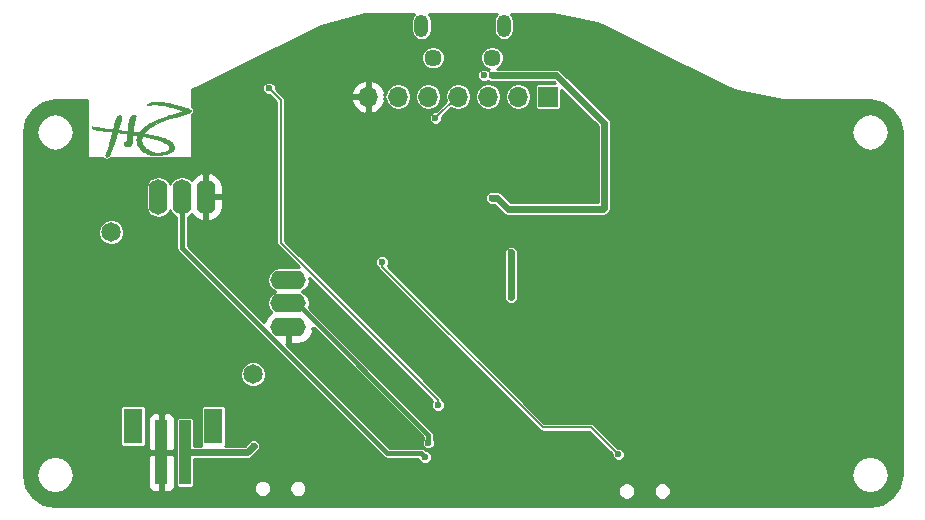
<source format=gbr>
G04 #@! TF.FileFunction,Copper,L2,Bot,Signal*
%FSLAX46Y46*%
G04 Gerber Fmt 4.6, Leading zero omitted, Abs format (unit mm)*
G04 Created by KiCad (PCBNEW 4.0.4-stable) date 07/06/18 22:39:36*
%MOMM*%
%LPD*%
G01*
G04 APERTURE LIST*
%ADD10C,0.100000*%
%ADD11C,0.010000*%
%ADD12R,1.700000X1.700000*%
%ADD13O,1.700000X1.700000*%
%ADD14R,1.000000X5.500000*%
%ADD15R,1.600000X3.000000*%
%ADD16C,1.450000*%
%ADD17O,1.200000X1.900000*%
%ADD18O,3.000000X1.600000*%
%ADD19O,1.600000X3.000000*%
%ADD20C,1.650000*%
%ADD21C,0.600000*%
%ADD22C,0.200000*%
%ADD23C,0.400000*%
%ADD24C,0.600000*%
%ADD25C,0.254000*%
G04 APERTURE END LIST*
D10*
D11*
G36*
X111886646Y-65788845D02*
X111868879Y-65789593D01*
X111766040Y-65794978D01*
X111659541Y-65852222D01*
X111594771Y-65888127D01*
X111542761Y-65919586D01*
X111501522Y-65948020D01*
X111469062Y-65974849D01*
X111443389Y-66001492D01*
X111434141Y-66012984D01*
X111414586Y-66040729D01*
X111400605Y-66064702D01*
X111393268Y-66082497D01*
X111393645Y-66091707D01*
X111399136Y-66091732D01*
X111416428Y-66086594D01*
X111445867Y-66079384D01*
X111483974Y-66070828D01*
X111527268Y-66061654D01*
X111572270Y-66052586D01*
X111615501Y-66044353D01*
X111653480Y-66037681D01*
X111671789Y-66034804D01*
X111850469Y-66015070D01*
X112039725Y-66006819D01*
X112239217Y-66010006D01*
X112448603Y-66024590D01*
X112667543Y-66050526D01*
X112895697Y-66087772D01*
X113132723Y-66136283D01*
X113378281Y-66196018D01*
X113632031Y-66266932D01*
X113726394Y-66295522D01*
X113791596Y-66316058D01*
X113860851Y-66338558D01*
X113932659Y-66362477D01*
X114005515Y-66387268D01*
X114077918Y-66412387D01*
X114148364Y-66437288D01*
X114215352Y-66461425D01*
X114277378Y-66484253D01*
X114332941Y-66505227D01*
X114380537Y-66523802D01*
X114418664Y-66539431D01*
X114445820Y-66551570D01*
X114460502Y-66559672D01*
X114462479Y-66562726D01*
X114452993Y-66566965D01*
X114429509Y-66575614D01*
X114393168Y-66588296D01*
X114345109Y-66604638D01*
X114286472Y-66624263D01*
X114218396Y-66646797D01*
X114142021Y-66671863D01*
X114058486Y-66699088D01*
X113968932Y-66728096D01*
X113874498Y-66758511D01*
X113776323Y-66789958D01*
X113675547Y-66822063D01*
X113654686Y-66828687D01*
X113467969Y-66888304D01*
X113295432Y-66944203D01*
X113135933Y-66996812D01*
X112988328Y-67046561D01*
X112851475Y-67093880D01*
X112724231Y-67139199D01*
X112605453Y-67182946D01*
X112493997Y-67225552D01*
X112388721Y-67267446D01*
X112288483Y-67309059D01*
X112192138Y-67350818D01*
X112098545Y-67393155D01*
X112006560Y-67436499D01*
X111915040Y-67481278D01*
X111904250Y-67486661D01*
X111694484Y-67597475D01*
X111499843Y-67712671D01*
X111320167Y-67832354D01*
X111155294Y-67956628D01*
X111070813Y-68027019D01*
X111023199Y-68069580D01*
X110970857Y-68118761D01*
X110916945Y-68171401D01*
X110864626Y-68224342D01*
X110817057Y-68274423D01*
X110777401Y-68318485D01*
X110766423Y-68331365D01*
X110717594Y-68389699D01*
X110654094Y-68385586D01*
X110621632Y-68381863D01*
X110579255Y-68374699D01*
X110532288Y-68365098D01*
X110486055Y-68354068D01*
X110482891Y-68353244D01*
X110437445Y-68342226D01*
X110389680Y-68332176D01*
X110342447Y-68323529D01*
X110298599Y-68316717D01*
X110260988Y-68312173D01*
X110232465Y-68310332D01*
X110215884Y-68311625D01*
X110214067Y-68312407D01*
X110207323Y-68314011D01*
X110202936Y-68307851D01*
X110200788Y-68292235D01*
X110200761Y-68265469D01*
X110202736Y-68225859D01*
X110205374Y-68187874D01*
X110210990Y-68118729D01*
X110217469Y-68052745D01*
X110225172Y-67987812D01*
X110234457Y-67921822D01*
X110245683Y-67852665D01*
X110259209Y-67778233D01*
X110275394Y-67696417D01*
X110294598Y-67605107D01*
X110317178Y-67502194D01*
X110337392Y-67412401D01*
X110355074Y-67333462D01*
X110371619Y-67257568D01*
X110386684Y-67186438D01*
X110399925Y-67121791D01*
X110410999Y-67065344D01*
X110419563Y-67018816D01*
X110425273Y-66983924D01*
X110427786Y-66962388D01*
X110427875Y-66959575D01*
X110420374Y-66947259D01*
X110399594Y-66935213D01*
X110368124Y-66924227D01*
X110328552Y-66915093D01*
X110283467Y-66908600D01*
X110253250Y-66906215D01*
X110194568Y-66906128D01*
X110146309Y-66913847D01*
X110104315Y-66930899D01*
X110064430Y-66958810D01*
X110034708Y-66986461D01*
X110003545Y-67021234D01*
X109975460Y-67060093D01*
X109950173Y-67104135D01*
X109927402Y-67154455D01*
X109906865Y-67212146D01*
X109888281Y-67278305D01*
X109871370Y-67354026D01*
X109855848Y-67440404D01*
X109841436Y-67538534D01*
X109827851Y-67649511D01*
X109814812Y-67774430D01*
X109805027Y-67880125D01*
X109799362Y-67943214D01*
X109793615Y-68005431D01*
X109788078Y-68063768D01*
X109783038Y-68115220D01*
X109778786Y-68156778D01*
X109775688Y-68184792D01*
X109766350Y-68263241D01*
X109634753Y-68258665D01*
X109503403Y-68249752D01*
X109376157Y-68233039D01*
X109296378Y-68221431D01*
X109218433Y-68213738D01*
X109134736Y-68209267D01*
X109106282Y-68208423D01*
X108963407Y-68204859D01*
X108964321Y-68135757D01*
X108965103Y-68110528D01*
X108967060Y-68085681D01*
X108970637Y-68059348D01*
X108976280Y-68029659D01*
X108984437Y-67994747D01*
X108995553Y-67952743D01*
X109010074Y-67901779D01*
X109028448Y-67839986D01*
X109051120Y-67765495D01*
X109058573Y-67741218D01*
X109082907Y-67661846D01*
X109103043Y-67595576D01*
X109119551Y-67540366D01*
X109133003Y-67494176D01*
X109143969Y-67454965D01*
X109153019Y-67420693D01*
X109160725Y-67389319D01*
X109167655Y-67358803D01*
X109174382Y-67327103D01*
X109174458Y-67326735D01*
X109183535Y-67273287D01*
X109189633Y-67217340D01*
X109192641Y-67162568D01*
X109192449Y-67112646D01*
X109188945Y-67071251D01*
X109182934Y-67044501D01*
X109160118Y-67000650D01*
X109127953Y-66968123D01*
X109088796Y-66947519D01*
X109045000Y-66939436D01*
X108998923Y-66944472D01*
X108952918Y-66963225D01*
X108928225Y-66979815D01*
X108889007Y-67016106D01*
X108851385Y-67062903D01*
X108815140Y-67120787D01*
X108780051Y-67190343D01*
X108745898Y-67272153D01*
X108712463Y-67366801D01*
X108679526Y-67474870D01*
X108646866Y-67596941D01*
X108614265Y-67733600D01*
X108581502Y-67885429D01*
X108574922Y-67917611D01*
X108564338Y-67969612D01*
X108554543Y-68017348D01*
X108546064Y-68058288D01*
X108539426Y-68089899D01*
X108535155Y-68109649D01*
X108534127Y-68114064D01*
X108530958Y-68123726D01*
X108525156Y-68129645D01*
X108513370Y-68132732D01*
X108492244Y-68133898D01*
X108460499Y-68134055D01*
X108376065Y-68132486D01*
X108287603Y-68127817D01*
X108193707Y-68119854D01*
X108092973Y-68108404D01*
X107983997Y-68093272D01*
X107865373Y-68074264D01*
X107735698Y-68051186D01*
X107593566Y-68023845D01*
X107447344Y-67994081D01*
X107306516Y-67965259D01*
X107180859Y-67940565D01*
X107070402Y-67920006D01*
X106975174Y-67903586D01*
X106895205Y-67891311D01*
X106830524Y-67883186D01*
X106823032Y-67882414D01*
X106754344Y-67875551D01*
X106749974Y-67902480D01*
X106747851Y-67928811D01*
X106750806Y-67956390D01*
X106759675Y-67989165D01*
X106775293Y-68031083D01*
X106779180Y-68040621D01*
X106793118Y-68072391D01*
X106804308Y-68091988D01*
X106814792Y-68102375D01*
X106824250Y-68106091D01*
X106845351Y-68109831D01*
X106880826Y-68115252D01*
X106929283Y-68122179D01*
X106989331Y-68130439D01*
X107059577Y-68139855D01*
X107138630Y-68150253D01*
X107225097Y-68161460D01*
X107317588Y-68173299D01*
X107414710Y-68185596D01*
X107515071Y-68198177D01*
X107617279Y-68210866D01*
X107719942Y-68223490D01*
X107821669Y-68235872D01*
X107921067Y-68247839D01*
X108016745Y-68259216D01*
X108107311Y-68269828D01*
X108191373Y-68279501D01*
X108267539Y-68288059D01*
X108316500Y-68293410D01*
X108364142Y-68298625D01*
X108406034Y-68303367D01*
X108439751Y-68307350D01*
X108462867Y-68310285D01*
X108472956Y-68311886D01*
X108473190Y-68311986D01*
X108471400Y-68319737D01*
X108465303Y-68340285D01*
X108455610Y-68371365D01*
X108443028Y-68410712D01*
X108428268Y-68456061D01*
X108424316Y-68468085D01*
X108403511Y-68532898D01*
X108383566Y-68598673D01*
X108363943Y-68667471D01*
X108344109Y-68741348D01*
X108323526Y-68822366D01*
X108301659Y-68912582D01*
X108277973Y-69014055D01*
X108251932Y-69128845D01*
X108248942Y-69142187D01*
X108223861Y-69253479D01*
X108201477Y-69351066D01*
X108181334Y-69436804D01*
X108162972Y-69512545D01*
X108145934Y-69580143D01*
X108129762Y-69641454D01*
X108113999Y-69698330D01*
X108098185Y-69752625D01*
X108098034Y-69753133D01*
X108081535Y-69806718D01*
X108066175Y-69851774D01*
X108050166Y-69892377D01*
X108031720Y-69932603D01*
X108009049Y-69976528D01*
X107980366Y-70028226D01*
X107967362Y-70051031D01*
X107930627Y-70119597D01*
X107904542Y-70179359D01*
X107888478Y-70232689D01*
X107881807Y-70281955D01*
X107883901Y-70329529D01*
X107887684Y-70351736D01*
X107897575Y-70387902D01*
X107911084Y-70410818D01*
X107931163Y-70423097D01*
X107960761Y-70427349D01*
X107973204Y-70427435D01*
X108005807Y-70424887D01*
X108037996Y-70419093D01*
X108051989Y-70415064D01*
X108077432Y-70402688D01*
X108105543Y-70384156D01*
X108119458Y-70372924D01*
X108132163Y-70361399D01*
X108143713Y-70349896D01*
X108154682Y-70337234D01*
X108165644Y-70322228D01*
X108177173Y-70303696D01*
X108189841Y-70280454D01*
X108204223Y-70251320D01*
X108220892Y-70215111D01*
X108240422Y-70170643D01*
X108263387Y-70116733D01*
X108290359Y-70052199D01*
X108321914Y-69975857D01*
X108358624Y-69886524D01*
X108376872Y-69842030D01*
X108406854Y-69767804D01*
X108437672Y-69689234D01*
X108469899Y-69604770D01*
X108504106Y-69512858D01*
X108540863Y-69411948D01*
X108580743Y-69300486D01*
X108624317Y-69176922D01*
X108669646Y-69046937D01*
X108710718Y-68928913D01*
X108749258Y-68818746D01*
X108784867Y-68717563D01*
X108817143Y-68626492D01*
X108845686Y-68546662D01*
X108870096Y-68479199D01*
X108889973Y-68425232D01*
X108896080Y-68408959D01*
X108913697Y-68362324D01*
X108954427Y-68367434D01*
X108972480Y-68369590D01*
X109003979Y-68373233D01*
X109046593Y-68378099D01*
X109097990Y-68383923D01*
X109155838Y-68390440D01*
X109217806Y-68397386D01*
X109241219Y-68400001D01*
X109309633Y-68407751D01*
X109379718Y-68415901D01*
X109448059Y-68424036D01*
X109511239Y-68431747D01*
X109565846Y-68438620D01*
X109608462Y-68444244D01*
X109612297Y-68444772D01*
X109737313Y-68462086D01*
X109737313Y-68507911D01*
X109735905Y-68530964D01*
X109732006Y-68565980D01*
X109726102Y-68609330D01*
X109718677Y-68657384D01*
X109712255Y-68695165D01*
X109700674Y-68765251D01*
X109692760Y-68825566D01*
X109687931Y-68881633D01*
X109685600Y-68938974D01*
X109685416Y-68948936D01*
X109684387Y-68990079D01*
X109682788Y-69025816D01*
X109680811Y-69053003D01*
X109678650Y-69068498D01*
X109677927Y-69070514D01*
X109669475Y-69078085D01*
X109650312Y-69092368D01*
X109623072Y-69111477D01*
X109590391Y-69133532D01*
X109581782Y-69139217D01*
X109523598Y-69180702D01*
X109479663Y-69220071D01*
X109448877Y-69259250D01*
X109430136Y-69300166D01*
X109422341Y-69344746D01*
X109424388Y-69394917D01*
X109426635Y-69410598D01*
X109441403Y-69453248D01*
X109470337Y-69491059D01*
X109512055Y-69522417D01*
X109530353Y-69532012D01*
X109569224Y-69544618D01*
X109619081Y-69551975D01*
X109675864Y-69553889D01*
X109735511Y-69550165D01*
X109778216Y-69543835D01*
X109808912Y-69537286D01*
X109846453Y-69528119D01*
X109887718Y-69517234D01*
X109929584Y-69505531D01*
X109968929Y-69493910D01*
X110002631Y-69483270D01*
X110027567Y-69474512D01*
X110040616Y-69468535D01*
X110041274Y-69468012D01*
X110046032Y-69457138D01*
X110052746Y-69432704D01*
X110061001Y-69396846D01*
X110070382Y-69351701D01*
X110080473Y-69299405D01*
X110090860Y-69242096D01*
X110101128Y-69181910D01*
X110110863Y-69120983D01*
X110118114Y-69072261D01*
X110123793Y-69030444D01*
X110130156Y-68979885D01*
X110136934Y-68923106D01*
X110143858Y-68862626D01*
X110150659Y-68800967D01*
X110157067Y-68740647D01*
X110162814Y-68684188D01*
X110167630Y-68634110D01*
X110171245Y-68592933D01*
X110173391Y-68563178D01*
X110173875Y-68550241D01*
X110178097Y-68545897D01*
X110192315Y-68545895D01*
X110218855Y-68550313D01*
X110227454Y-68552069D01*
X110248654Y-68556899D01*
X110280008Y-68564556D01*
X110318883Y-68574348D01*
X110362649Y-68585583D01*
X110408674Y-68597566D01*
X110454327Y-68609607D01*
X110496976Y-68621011D01*
X110533989Y-68631087D01*
X110562736Y-68639141D01*
X110580585Y-68644481D01*
X110585195Y-68646241D01*
X110583466Y-68653964D01*
X110576166Y-68670866D01*
X110571436Y-68680468D01*
X110546246Y-68742166D01*
X110526981Y-68814907D01*
X110514086Y-68894834D01*
X110508006Y-68978090D01*
X110509186Y-69060819D01*
X110518072Y-69139163D01*
X110518306Y-69140513D01*
X110547938Y-69265721D01*
X110592328Y-69389386D01*
X110650358Y-69509847D01*
X110720912Y-69625441D01*
X110802872Y-69734509D01*
X110895122Y-69835389D01*
X110996544Y-69926418D01*
X111095543Y-69999079D01*
X111209765Y-70068609D01*
X111327683Y-70128055D01*
X111451432Y-70178175D01*
X111583149Y-70219724D01*
X111724971Y-70253458D01*
X111879033Y-70280134D01*
X111896313Y-70282600D01*
X111950281Y-70288390D01*
X112016708Y-70292716D01*
X112092248Y-70295577D01*
X112173552Y-70296976D01*
X112257272Y-70296914D01*
X112340062Y-70295391D01*
X112418574Y-70292410D01*
X112489460Y-70287971D01*
X112547188Y-70282345D01*
X112648643Y-70268391D01*
X112753315Y-70251055D01*
X112857685Y-70231076D01*
X112958232Y-70209192D01*
X113051439Y-70186141D01*
X113133786Y-70162663D01*
X113164395Y-70152816D01*
X113257310Y-70117936D01*
X113346837Y-70077126D01*
X113430987Y-70031673D01*
X113507771Y-69982863D01*
X113575201Y-69931983D01*
X113631290Y-69880317D01*
X113674048Y-69829154D01*
X113681221Y-69818478D01*
X113708619Y-69763226D01*
X113723282Y-69704507D01*
X113723853Y-69670367D01*
X113292977Y-69670367D01*
X113291093Y-69721578D01*
X113277909Y-69764307D01*
X113248384Y-69809025D01*
X113204113Y-69852851D01*
X113146220Y-69895246D01*
X113075830Y-69935671D01*
X112994067Y-69973591D01*
X112902058Y-70008466D01*
X112800925Y-70039758D01*
X112691794Y-70066930D01*
X112611015Y-70083253D01*
X112507669Y-70100286D01*
X112415302Y-70111144D01*
X112330364Y-70116051D01*
X112249306Y-70115229D01*
X112180920Y-70110203D01*
X112048127Y-70090404D01*
X111916862Y-70058477D01*
X111788416Y-70015319D01*
X111664076Y-69961827D01*
X111545133Y-69898897D01*
X111432875Y-69827427D01*
X111328592Y-69748312D01*
X111233574Y-69662450D01*
X111149110Y-69570737D01*
X111076488Y-69474071D01*
X111017000Y-69373347D01*
X110971932Y-69269463D01*
X110971878Y-69269311D01*
X110947003Y-69187828D01*
X110932476Y-69109941D01*
X110927020Y-69028434D01*
X110926905Y-69015187D01*
X110932806Y-68916029D01*
X110951533Y-68822583D01*
X110980957Y-68737375D01*
X110996578Y-68700078D01*
X111008040Y-68675470D01*
X111017096Y-68661504D01*
X111025498Y-68656134D01*
X111034997Y-68657314D01*
X111045467Y-68662053D01*
X111060085Y-68667288D01*
X111088729Y-68675607D01*
X111129932Y-68686647D01*
X111182223Y-68700043D01*
X111244133Y-68715432D01*
X111314193Y-68732450D01*
X111390934Y-68750735D01*
X111472887Y-68769922D01*
X111558582Y-68789648D01*
X111590719Y-68796960D01*
X111741635Y-68832287D01*
X111879620Y-68867074D01*
X112007551Y-68902254D01*
X112128304Y-68938758D01*
X112244755Y-68977520D01*
X112359780Y-69019472D01*
X112476254Y-69065548D01*
X112597056Y-69116679D01*
X112654255Y-69141881D01*
X112781034Y-69200758D01*
X112892577Y-69257737D01*
X112989364Y-69313151D01*
X113071877Y-69367333D01*
X113140596Y-69420617D01*
X113196001Y-69473336D01*
X113238575Y-69525823D01*
X113260911Y-69562440D01*
X113282820Y-69616179D01*
X113292977Y-69670367D01*
X113723853Y-69670367D01*
X113724253Y-69646507D01*
X113722867Y-69636266D01*
X113705526Y-69567523D01*
X113675336Y-69493535D01*
X113633457Y-69416521D01*
X113581050Y-69338701D01*
X113539974Y-69286435D01*
X113481550Y-69225520D01*
X113408422Y-69164735D01*
X113321755Y-69104700D01*
X113222713Y-69046033D01*
X113112460Y-68989350D01*
X112992159Y-68935271D01*
X112862976Y-68884413D01*
X112726073Y-68837395D01*
X112650375Y-68814123D01*
X112591698Y-68797021D01*
X112535070Y-68781039D01*
X112478806Y-68765782D01*
X112421223Y-68750855D01*
X112360636Y-68735865D01*
X112295361Y-68720416D01*
X112223714Y-68704113D01*
X112144011Y-68686561D01*
X112054568Y-68667367D01*
X111953700Y-68646135D01*
X111839723Y-68622470D01*
X111780986Y-68610362D01*
X111673986Y-68588226D01*
X111573772Y-68567258D01*
X111481339Y-68547678D01*
X111397681Y-68529703D01*
X111323791Y-68513553D01*
X111260665Y-68499448D01*
X111209297Y-68487606D01*
X111170680Y-68478247D01*
X111145810Y-68471590D01*
X111136304Y-68468265D01*
X111136679Y-68460203D01*
X111147591Y-68442475D01*
X111167993Y-68416271D01*
X111196838Y-68382782D01*
X111233081Y-68343198D01*
X111275675Y-68298709D01*
X111323575Y-68250505D01*
X111353377Y-68221312D01*
X111498626Y-68089873D01*
X111658333Y-67963119D01*
X111831647Y-67841534D01*
X112017717Y-67725604D01*
X112215693Y-67615813D01*
X112424722Y-67512646D01*
X112643954Y-67416587D01*
X112872537Y-67328122D01*
X112999152Y-67283818D01*
X113067556Y-67261027D01*
X113132284Y-67240132D01*
X113195626Y-67220488D01*
X113259877Y-67201453D01*
X113327326Y-67182385D01*
X113400268Y-67162640D01*
X113480994Y-67141577D01*
X113571797Y-67118551D01*
X113674969Y-67092921D01*
X113715715Y-67082900D01*
X113814677Y-67058523D01*
X113900381Y-67037174D01*
X113975021Y-67018248D01*
X114040791Y-67001138D01*
X114099887Y-66985238D01*
X114154502Y-66969942D01*
X114206832Y-66954645D01*
X114259072Y-66938739D01*
X114313415Y-66921618D01*
X114372057Y-66902678D01*
X114392657Y-66895947D01*
X114452291Y-66876724D01*
X114517102Y-66856348D01*
X114581994Y-66836386D01*
X114641874Y-66818406D01*
X114690313Y-66804352D01*
X114784618Y-66776072D01*
X114864130Y-66748502D01*
X114929873Y-66721023D01*
X114982874Y-66693017D01*
X115024158Y-66663866D01*
X115054750Y-66632953D01*
X115075677Y-66599660D01*
X115087602Y-66564986D01*
X115091297Y-66531093D01*
X115085126Y-66500789D01*
X115067941Y-66472689D01*
X115038597Y-66445411D01*
X114995948Y-66417571D01*
X114942189Y-66389402D01*
X114904781Y-66371972D01*
X114864175Y-66354614D01*
X114819268Y-66336985D01*
X114768954Y-66318745D01*
X114712130Y-66299552D01*
X114647691Y-66279066D01*
X114574535Y-66256945D01*
X114491555Y-66232848D01*
X114397649Y-66206434D01*
X114291712Y-66177361D01*
X114172641Y-66145289D01*
X114039330Y-66109876D01*
X114027532Y-66106760D01*
X113855556Y-66061918D01*
X113696971Y-66021794D01*
X113550117Y-65986061D01*
X113413333Y-65954394D01*
X113284957Y-65926465D01*
X113163330Y-65901948D01*
X113046791Y-65880517D01*
X112933678Y-65861846D01*
X112822330Y-65845607D01*
X112711088Y-65831474D01*
X112598290Y-65819120D01*
X112531313Y-65812625D01*
X112467433Y-65807372D01*
X112394808Y-65802534D01*
X112316356Y-65798214D01*
X112234994Y-65794514D01*
X112153639Y-65791533D01*
X112075209Y-65789375D01*
X112002622Y-65788140D01*
X111938795Y-65787929D01*
X111886646Y-65788845D01*
X111886646Y-65788845D01*
G37*
X111886646Y-65788845D02*
X111868879Y-65789593D01*
X111766040Y-65794978D01*
X111659541Y-65852222D01*
X111594771Y-65888127D01*
X111542761Y-65919586D01*
X111501522Y-65948020D01*
X111469062Y-65974849D01*
X111443389Y-66001492D01*
X111434141Y-66012984D01*
X111414586Y-66040729D01*
X111400605Y-66064702D01*
X111393268Y-66082497D01*
X111393645Y-66091707D01*
X111399136Y-66091732D01*
X111416428Y-66086594D01*
X111445867Y-66079384D01*
X111483974Y-66070828D01*
X111527268Y-66061654D01*
X111572270Y-66052586D01*
X111615501Y-66044353D01*
X111653480Y-66037681D01*
X111671789Y-66034804D01*
X111850469Y-66015070D01*
X112039725Y-66006819D01*
X112239217Y-66010006D01*
X112448603Y-66024590D01*
X112667543Y-66050526D01*
X112895697Y-66087772D01*
X113132723Y-66136283D01*
X113378281Y-66196018D01*
X113632031Y-66266932D01*
X113726394Y-66295522D01*
X113791596Y-66316058D01*
X113860851Y-66338558D01*
X113932659Y-66362477D01*
X114005515Y-66387268D01*
X114077918Y-66412387D01*
X114148364Y-66437288D01*
X114215352Y-66461425D01*
X114277378Y-66484253D01*
X114332941Y-66505227D01*
X114380537Y-66523802D01*
X114418664Y-66539431D01*
X114445820Y-66551570D01*
X114460502Y-66559672D01*
X114462479Y-66562726D01*
X114452993Y-66566965D01*
X114429509Y-66575614D01*
X114393168Y-66588296D01*
X114345109Y-66604638D01*
X114286472Y-66624263D01*
X114218396Y-66646797D01*
X114142021Y-66671863D01*
X114058486Y-66699088D01*
X113968932Y-66728096D01*
X113874498Y-66758511D01*
X113776323Y-66789958D01*
X113675547Y-66822063D01*
X113654686Y-66828687D01*
X113467969Y-66888304D01*
X113295432Y-66944203D01*
X113135933Y-66996812D01*
X112988328Y-67046561D01*
X112851475Y-67093880D01*
X112724231Y-67139199D01*
X112605453Y-67182946D01*
X112493997Y-67225552D01*
X112388721Y-67267446D01*
X112288483Y-67309059D01*
X112192138Y-67350818D01*
X112098545Y-67393155D01*
X112006560Y-67436499D01*
X111915040Y-67481278D01*
X111904250Y-67486661D01*
X111694484Y-67597475D01*
X111499843Y-67712671D01*
X111320167Y-67832354D01*
X111155294Y-67956628D01*
X111070813Y-68027019D01*
X111023199Y-68069580D01*
X110970857Y-68118761D01*
X110916945Y-68171401D01*
X110864626Y-68224342D01*
X110817057Y-68274423D01*
X110777401Y-68318485D01*
X110766423Y-68331365D01*
X110717594Y-68389699D01*
X110654094Y-68385586D01*
X110621632Y-68381863D01*
X110579255Y-68374699D01*
X110532288Y-68365098D01*
X110486055Y-68354068D01*
X110482891Y-68353244D01*
X110437445Y-68342226D01*
X110389680Y-68332176D01*
X110342447Y-68323529D01*
X110298599Y-68316717D01*
X110260988Y-68312173D01*
X110232465Y-68310332D01*
X110215884Y-68311625D01*
X110214067Y-68312407D01*
X110207323Y-68314011D01*
X110202936Y-68307851D01*
X110200788Y-68292235D01*
X110200761Y-68265469D01*
X110202736Y-68225859D01*
X110205374Y-68187874D01*
X110210990Y-68118729D01*
X110217469Y-68052745D01*
X110225172Y-67987812D01*
X110234457Y-67921822D01*
X110245683Y-67852665D01*
X110259209Y-67778233D01*
X110275394Y-67696417D01*
X110294598Y-67605107D01*
X110317178Y-67502194D01*
X110337392Y-67412401D01*
X110355074Y-67333462D01*
X110371619Y-67257568D01*
X110386684Y-67186438D01*
X110399925Y-67121791D01*
X110410999Y-67065344D01*
X110419563Y-67018816D01*
X110425273Y-66983924D01*
X110427786Y-66962388D01*
X110427875Y-66959575D01*
X110420374Y-66947259D01*
X110399594Y-66935213D01*
X110368124Y-66924227D01*
X110328552Y-66915093D01*
X110283467Y-66908600D01*
X110253250Y-66906215D01*
X110194568Y-66906128D01*
X110146309Y-66913847D01*
X110104315Y-66930899D01*
X110064430Y-66958810D01*
X110034708Y-66986461D01*
X110003545Y-67021234D01*
X109975460Y-67060093D01*
X109950173Y-67104135D01*
X109927402Y-67154455D01*
X109906865Y-67212146D01*
X109888281Y-67278305D01*
X109871370Y-67354026D01*
X109855848Y-67440404D01*
X109841436Y-67538534D01*
X109827851Y-67649511D01*
X109814812Y-67774430D01*
X109805027Y-67880125D01*
X109799362Y-67943214D01*
X109793615Y-68005431D01*
X109788078Y-68063768D01*
X109783038Y-68115220D01*
X109778786Y-68156778D01*
X109775688Y-68184792D01*
X109766350Y-68263241D01*
X109634753Y-68258665D01*
X109503403Y-68249752D01*
X109376157Y-68233039D01*
X109296378Y-68221431D01*
X109218433Y-68213738D01*
X109134736Y-68209267D01*
X109106282Y-68208423D01*
X108963407Y-68204859D01*
X108964321Y-68135757D01*
X108965103Y-68110528D01*
X108967060Y-68085681D01*
X108970637Y-68059348D01*
X108976280Y-68029659D01*
X108984437Y-67994747D01*
X108995553Y-67952743D01*
X109010074Y-67901779D01*
X109028448Y-67839986D01*
X109051120Y-67765495D01*
X109058573Y-67741218D01*
X109082907Y-67661846D01*
X109103043Y-67595576D01*
X109119551Y-67540366D01*
X109133003Y-67494176D01*
X109143969Y-67454965D01*
X109153019Y-67420693D01*
X109160725Y-67389319D01*
X109167655Y-67358803D01*
X109174382Y-67327103D01*
X109174458Y-67326735D01*
X109183535Y-67273287D01*
X109189633Y-67217340D01*
X109192641Y-67162568D01*
X109192449Y-67112646D01*
X109188945Y-67071251D01*
X109182934Y-67044501D01*
X109160118Y-67000650D01*
X109127953Y-66968123D01*
X109088796Y-66947519D01*
X109045000Y-66939436D01*
X108998923Y-66944472D01*
X108952918Y-66963225D01*
X108928225Y-66979815D01*
X108889007Y-67016106D01*
X108851385Y-67062903D01*
X108815140Y-67120787D01*
X108780051Y-67190343D01*
X108745898Y-67272153D01*
X108712463Y-67366801D01*
X108679526Y-67474870D01*
X108646866Y-67596941D01*
X108614265Y-67733600D01*
X108581502Y-67885429D01*
X108574922Y-67917611D01*
X108564338Y-67969612D01*
X108554543Y-68017348D01*
X108546064Y-68058288D01*
X108539426Y-68089899D01*
X108535155Y-68109649D01*
X108534127Y-68114064D01*
X108530958Y-68123726D01*
X108525156Y-68129645D01*
X108513370Y-68132732D01*
X108492244Y-68133898D01*
X108460499Y-68134055D01*
X108376065Y-68132486D01*
X108287603Y-68127817D01*
X108193707Y-68119854D01*
X108092973Y-68108404D01*
X107983997Y-68093272D01*
X107865373Y-68074264D01*
X107735698Y-68051186D01*
X107593566Y-68023845D01*
X107447344Y-67994081D01*
X107306516Y-67965259D01*
X107180859Y-67940565D01*
X107070402Y-67920006D01*
X106975174Y-67903586D01*
X106895205Y-67891311D01*
X106830524Y-67883186D01*
X106823032Y-67882414D01*
X106754344Y-67875551D01*
X106749974Y-67902480D01*
X106747851Y-67928811D01*
X106750806Y-67956390D01*
X106759675Y-67989165D01*
X106775293Y-68031083D01*
X106779180Y-68040621D01*
X106793118Y-68072391D01*
X106804308Y-68091988D01*
X106814792Y-68102375D01*
X106824250Y-68106091D01*
X106845351Y-68109831D01*
X106880826Y-68115252D01*
X106929283Y-68122179D01*
X106989331Y-68130439D01*
X107059577Y-68139855D01*
X107138630Y-68150253D01*
X107225097Y-68161460D01*
X107317588Y-68173299D01*
X107414710Y-68185596D01*
X107515071Y-68198177D01*
X107617279Y-68210866D01*
X107719942Y-68223490D01*
X107821669Y-68235872D01*
X107921067Y-68247839D01*
X108016745Y-68259216D01*
X108107311Y-68269828D01*
X108191373Y-68279501D01*
X108267539Y-68288059D01*
X108316500Y-68293410D01*
X108364142Y-68298625D01*
X108406034Y-68303367D01*
X108439751Y-68307350D01*
X108462867Y-68310285D01*
X108472956Y-68311886D01*
X108473190Y-68311986D01*
X108471400Y-68319737D01*
X108465303Y-68340285D01*
X108455610Y-68371365D01*
X108443028Y-68410712D01*
X108428268Y-68456061D01*
X108424316Y-68468085D01*
X108403511Y-68532898D01*
X108383566Y-68598673D01*
X108363943Y-68667471D01*
X108344109Y-68741348D01*
X108323526Y-68822366D01*
X108301659Y-68912582D01*
X108277973Y-69014055D01*
X108251932Y-69128845D01*
X108248942Y-69142187D01*
X108223861Y-69253479D01*
X108201477Y-69351066D01*
X108181334Y-69436804D01*
X108162972Y-69512545D01*
X108145934Y-69580143D01*
X108129762Y-69641454D01*
X108113999Y-69698330D01*
X108098185Y-69752625D01*
X108098034Y-69753133D01*
X108081535Y-69806718D01*
X108066175Y-69851774D01*
X108050166Y-69892377D01*
X108031720Y-69932603D01*
X108009049Y-69976528D01*
X107980366Y-70028226D01*
X107967362Y-70051031D01*
X107930627Y-70119597D01*
X107904542Y-70179359D01*
X107888478Y-70232689D01*
X107881807Y-70281955D01*
X107883901Y-70329529D01*
X107887684Y-70351736D01*
X107897575Y-70387902D01*
X107911084Y-70410818D01*
X107931163Y-70423097D01*
X107960761Y-70427349D01*
X107973204Y-70427435D01*
X108005807Y-70424887D01*
X108037996Y-70419093D01*
X108051989Y-70415064D01*
X108077432Y-70402688D01*
X108105543Y-70384156D01*
X108119458Y-70372924D01*
X108132163Y-70361399D01*
X108143713Y-70349896D01*
X108154682Y-70337234D01*
X108165644Y-70322228D01*
X108177173Y-70303696D01*
X108189841Y-70280454D01*
X108204223Y-70251320D01*
X108220892Y-70215111D01*
X108240422Y-70170643D01*
X108263387Y-70116733D01*
X108290359Y-70052199D01*
X108321914Y-69975857D01*
X108358624Y-69886524D01*
X108376872Y-69842030D01*
X108406854Y-69767804D01*
X108437672Y-69689234D01*
X108469899Y-69604770D01*
X108504106Y-69512858D01*
X108540863Y-69411948D01*
X108580743Y-69300486D01*
X108624317Y-69176922D01*
X108669646Y-69046937D01*
X108710718Y-68928913D01*
X108749258Y-68818746D01*
X108784867Y-68717563D01*
X108817143Y-68626492D01*
X108845686Y-68546662D01*
X108870096Y-68479199D01*
X108889973Y-68425232D01*
X108896080Y-68408959D01*
X108913697Y-68362324D01*
X108954427Y-68367434D01*
X108972480Y-68369590D01*
X109003979Y-68373233D01*
X109046593Y-68378099D01*
X109097990Y-68383923D01*
X109155838Y-68390440D01*
X109217806Y-68397386D01*
X109241219Y-68400001D01*
X109309633Y-68407751D01*
X109379718Y-68415901D01*
X109448059Y-68424036D01*
X109511239Y-68431747D01*
X109565846Y-68438620D01*
X109608462Y-68444244D01*
X109612297Y-68444772D01*
X109737313Y-68462086D01*
X109737313Y-68507911D01*
X109735905Y-68530964D01*
X109732006Y-68565980D01*
X109726102Y-68609330D01*
X109718677Y-68657384D01*
X109712255Y-68695165D01*
X109700674Y-68765251D01*
X109692760Y-68825566D01*
X109687931Y-68881633D01*
X109685600Y-68938974D01*
X109685416Y-68948936D01*
X109684387Y-68990079D01*
X109682788Y-69025816D01*
X109680811Y-69053003D01*
X109678650Y-69068498D01*
X109677927Y-69070514D01*
X109669475Y-69078085D01*
X109650312Y-69092368D01*
X109623072Y-69111477D01*
X109590391Y-69133532D01*
X109581782Y-69139217D01*
X109523598Y-69180702D01*
X109479663Y-69220071D01*
X109448877Y-69259250D01*
X109430136Y-69300166D01*
X109422341Y-69344746D01*
X109424388Y-69394917D01*
X109426635Y-69410598D01*
X109441403Y-69453248D01*
X109470337Y-69491059D01*
X109512055Y-69522417D01*
X109530353Y-69532012D01*
X109569224Y-69544618D01*
X109619081Y-69551975D01*
X109675864Y-69553889D01*
X109735511Y-69550165D01*
X109778216Y-69543835D01*
X109808912Y-69537286D01*
X109846453Y-69528119D01*
X109887718Y-69517234D01*
X109929584Y-69505531D01*
X109968929Y-69493910D01*
X110002631Y-69483270D01*
X110027567Y-69474512D01*
X110040616Y-69468535D01*
X110041274Y-69468012D01*
X110046032Y-69457138D01*
X110052746Y-69432704D01*
X110061001Y-69396846D01*
X110070382Y-69351701D01*
X110080473Y-69299405D01*
X110090860Y-69242096D01*
X110101128Y-69181910D01*
X110110863Y-69120983D01*
X110118114Y-69072261D01*
X110123793Y-69030444D01*
X110130156Y-68979885D01*
X110136934Y-68923106D01*
X110143858Y-68862626D01*
X110150659Y-68800967D01*
X110157067Y-68740647D01*
X110162814Y-68684188D01*
X110167630Y-68634110D01*
X110171245Y-68592933D01*
X110173391Y-68563178D01*
X110173875Y-68550241D01*
X110178097Y-68545897D01*
X110192315Y-68545895D01*
X110218855Y-68550313D01*
X110227454Y-68552069D01*
X110248654Y-68556899D01*
X110280008Y-68564556D01*
X110318883Y-68574348D01*
X110362649Y-68585583D01*
X110408674Y-68597566D01*
X110454327Y-68609607D01*
X110496976Y-68621011D01*
X110533989Y-68631087D01*
X110562736Y-68639141D01*
X110580585Y-68644481D01*
X110585195Y-68646241D01*
X110583466Y-68653964D01*
X110576166Y-68670866D01*
X110571436Y-68680468D01*
X110546246Y-68742166D01*
X110526981Y-68814907D01*
X110514086Y-68894834D01*
X110508006Y-68978090D01*
X110509186Y-69060819D01*
X110518072Y-69139163D01*
X110518306Y-69140513D01*
X110547938Y-69265721D01*
X110592328Y-69389386D01*
X110650358Y-69509847D01*
X110720912Y-69625441D01*
X110802872Y-69734509D01*
X110895122Y-69835389D01*
X110996544Y-69926418D01*
X111095543Y-69999079D01*
X111209765Y-70068609D01*
X111327683Y-70128055D01*
X111451432Y-70178175D01*
X111583149Y-70219724D01*
X111724971Y-70253458D01*
X111879033Y-70280134D01*
X111896313Y-70282600D01*
X111950281Y-70288390D01*
X112016708Y-70292716D01*
X112092248Y-70295577D01*
X112173552Y-70296976D01*
X112257272Y-70296914D01*
X112340062Y-70295391D01*
X112418574Y-70292410D01*
X112489460Y-70287971D01*
X112547188Y-70282345D01*
X112648643Y-70268391D01*
X112753315Y-70251055D01*
X112857685Y-70231076D01*
X112958232Y-70209192D01*
X113051439Y-70186141D01*
X113133786Y-70162663D01*
X113164395Y-70152816D01*
X113257310Y-70117936D01*
X113346837Y-70077126D01*
X113430987Y-70031673D01*
X113507771Y-69982863D01*
X113575201Y-69931983D01*
X113631290Y-69880317D01*
X113674048Y-69829154D01*
X113681221Y-69818478D01*
X113708619Y-69763226D01*
X113723282Y-69704507D01*
X113723853Y-69670367D01*
X113292977Y-69670367D01*
X113291093Y-69721578D01*
X113277909Y-69764307D01*
X113248384Y-69809025D01*
X113204113Y-69852851D01*
X113146220Y-69895246D01*
X113075830Y-69935671D01*
X112994067Y-69973591D01*
X112902058Y-70008466D01*
X112800925Y-70039758D01*
X112691794Y-70066930D01*
X112611015Y-70083253D01*
X112507669Y-70100286D01*
X112415302Y-70111144D01*
X112330364Y-70116051D01*
X112249306Y-70115229D01*
X112180920Y-70110203D01*
X112048127Y-70090404D01*
X111916862Y-70058477D01*
X111788416Y-70015319D01*
X111664076Y-69961827D01*
X111545133Y-69898897D01*
X111432875Y-69827427D01*
X111328592Y-69748312D01*
X111233574Y-69662450D01*
X111149110Y-69570737D01*
X111076488Y-69474071D01*
X111017000Y-69373347D01*
X110971932Y-69269463D01*
X110971878Y-69269311D01*
X110947003Y-69187828D01*
X110932476Y-69109941D01*
X110927020Y-69028434D01*
X110926905Y-69015187D01*
X110932806Y-68916029D01*
X110951533Y-68822583D01*
X110980957Y-68737375D01*
X110996578Y-68700078D01*
X111008040Y-68675470D01*
X111017096Y-68661504D01*
X111025498Y-68656134D01*
X111034997Y-68657314D01*
X111045467Y-68662053D01*
X111060085Y-68667288D01*
X111088729Y-68675607D01*
X111129932Y-68686647D01*
X111182223Y-68700043D01*
X111244133Y-68715432D01*
X111314193Y-68732450D01*
X111390934Y-68750735D01*
X111472887Y-68769922D01*
X111558582Y-68789648D01*
X111590719Y-68796960D01*
X111741635Y-68832287D01*
X111879620Y-68867074D01*
X112007551Y-68902254D01*
X112128304Y-68938758D01*
X112244755Y-68977520D01*
X112359780Y-69019472D01*
X112476254Y-69065548D01*
X112597056Y-69116679D01*
X112654255Y-69141881D01*
X112781034Y-69200758D01*
X112892577Y-69257737D01*
X112989364Y-69313151D01*
X113071877Y-69367333D01*
X113140596Y-69420617D01*
X113196001Y-69473336D01*
X113238575Y-69525823D01*
X113260911Y-69562440D01*
X113282820Y-69616179D01*
X113292977Y-69670367D01*
X113723853Y-69670367D01*
X113724253Y-69646507D01*
X113722867Y-69636266D01*
X113705526Y-69567523D01*
X113675336Y-69493535D01*
X113633457Y-69416521D01*
X113581050Y-69338701D01*
X113539974Y-69286435D01*
X113481550Y-69225520D01*
X113408422Y-69164735D01*
X113321755Y-69104700D01*
X113222713Y-69046033D01*
X113112460Y-68989350D01*
X112992159Y-68935271D01*
X112862976Y-68884413D01*
X112726073Y-68837395D01*
X112650375Y-68814123D01*
X112591698Y-68797021D01*
X112535070Y-68781039D01*
X112478806Y-68765782D01*
X112421223Y-68750855D01*
X112360636Y-68735865D01*
X112295361Y-68720416D01*
X112223714Y-68704113D01*
X112144011Y-68686561D01*
X112054568Y-68667367D01*
X111953700Y-68646135D01*
X111839723Y-68622470D01*
X111780986Y-68610362D01*
X111673986Y-68588226D01*
X111573772Y-68567258D01*
X111481339Y-68547678D01*
X111397681Y-68529703D01*
X111323791Y-68513553D01*
X111260665Y-68499448D01*
X111209297Y-68487606D01*
X111170680Y-68478247D01*
X111145810Y-68471590D01*
X111136304Y-68468265D01*
X111136679Y-68460203D01*
X111147591Y-68442475D01*
X111167993Y-68416271D01*
X111196838Y-68382782D01*
X111233081Y-68343198D01*
X111275675Y-68298709D01*
X111323575Y-68250505D01*
X111353377Y-68221312D01*
X111498626Y-68089873D01*
X111658333Y-67963119D01*
X111831647Y-67841534D01*
X112017717Y-67725604D01*
X112215693Y-67615813D01*
X112424722Y-67512646D01*
X112643954Y-67416587D01*
X112872537Y-67328122D01*
X112999152Y-67283818D01*
X113067556Y-67261027D01*
X113132284Y-67240132D01*
X113195626Y-67220488D01*
X113259877Y-67201453D01*
X113327326Y-67182385D01*
X113400268Y-67162640D01*
X113480994Y-67141577D01*
X113571797Y-67118551D01*
X113674969Y-67092921D01*
X113715715Y-67082900D01*
X113814677Y-67058523D01*
X113900381Y-67037174D01*
X113975021Y-67018248D01*
X114040791Y-67001138D01*
X114099887Y-66985238D01*
X114154502Y-66969942D01*
X114206832Y-66954645D01*
X114259072Y-66938739D01*
X114313415Y-66921618D01*
X114372057Y-66902678D01*
X114392657Y-66895947D01*
X114452291Y-66876724D01*
X114517102Y-66856348D01*
X114581994Y-66836386D01*
X114641874Y-66818406D01*
X114690313Y-66804352D01*
X114784618Y-66776072D01*
X114864130Y-66748502D01*
X114929873Y-66721023D01*
X114982874Y-66693017D01*
X115024158Y-66663866D01*
X115054750Y-66632953D01*
X115075677Y-66599660D01*
X115087602Y-66564986D01*
X115091297Y-66531093D01*
X115085126Y-66500789D01*
X115067941Y-66472689D01*
X115038597Y-66445411D01*
X114995948Y-66417571D01*
X114942189Y-66389402D01*
X114904781Y-66371972D01*
X114864175Y-66354614D01*
X114819268Y-66336985D01*
X114768954Y-66318745D01*
X114712130Y-66299552D01*
X114647691Y-66279066D01*
X114574535Y-66256945D01*
X114491555Y-66232848D01*
X114397649Y-66206434D01*
X114291712Y-66177361D01*
X114172641Y-66145289D01*
X114039330Y-66109876D01*
X114027532Y-66106760D01*
X113855556Y-66061918D01*
X113696971Y-66021794D01*
X113550117Y-65986061D01*
X113413333Y-65954394D01*
X113284957Y-65926465D01*
X113163330Y-65901948D01*
X113046791Y-65880517D01*
X112933678Y-65861846D01*
X112822330Y-65845607D01*
X112711088Y-65831474D01*
X112598290Y-65819120D01*
X112531313Y-65812625D01*
X112467433Y-65807372D01*
X112394808Y-65802534D01*
X112316356Y-65798214D01*
X112234994Y-65794514D01*
X112153639Y-65791533D01*
X112075209Y-65789375D01*
X112002622Y-65788140D01*
X111938795Y-65787929D01*
X111886646Y-65788845D01*
D12*
X145360000Y-65350000D03*
D13*
X142820000Y-65350000D03*
X140280000Y-65350000D03*
X137740000Y-65350000D03*
X135200000Y-65350000D03*
X132660000Y-65350000D03*
X130120000Y-65350000D03*
D14*
X114620000Y-95475000D03*
X112620000Y-95475000D03*
D15*
X117020000Y-93225000D03*
X110220000Y-93225000D03*
D16*
X140620000Y-62050000D03*
X135620000Y-62050000D03*
D17*
X141620000Y-59350000D03*
X134620000Y-59350000D03*
D18*
X123370000Y-82850000D03*
X123370000Y-84850000D03*
X123370000Y-80850000D03*
D19*
X116370000Y-73850000D03*
X114370000Y-73850000D03*
X112370000Y-73850000D03*
D20*
X120370000Y-88850000D03*
X108370000Y-76850000D03*
D21*
X129020000Y-74250000D03*
X149020000Y-72350000D03*
X144820000Y-72550000D03*
X158120000Y-66050000D03*
X126820000Y-62050000D03*
X112620000Y-91450000D03*
X155820000Y-95650000D03*
X164120000Y-92950000D03*
X172320000Y-82750000D03*
X164120000Y-73850000D03*
X164120000Y-72350000D03*
X155920000Y-82750000D03*
X149420000Y-95750000D03*
X144820000Y-95950000D03*
X134120000Y-79150000D03*
X134120000Y-73850000D03*
X126520000Y-72650000D03*
X130020000Y-63050000D03*
X136820000Y-60850000D03*
X151320000Y-95650000D03*
X131320000Y-79350000D03*
X121720000Y-64650000D03*
X136020000Y-91450000D03*
X134920000Y-95850000D03*
X135220000Y-94650000D03*
X135820000Y-67150000D03*
X120420000Y-94950000D03*
X139920000Y-63550000D03*
X140620000Y-63550000D03*
X150120000Y-74750000D03*
X140620000Y-73950000D03*
X142220000Y-78550000D03*
X142220000Y-82350000D03*
D22*
X134120000Y-73850000D02*
X134120000Y-73425736D01*
X134120000Y-73425736D02*
X134995736Y-72550000D01*
X134995736Y-72550000D02*
X144395736Y-72550000D01*
X144395736Y-72550000D02*
X144820000Y-72550000D01*
X134120000Y-73850000D02*
X129420000Y-73850000D01*
X129420000Y-73850000D02*
X129020000Y-74250000D01*
X112620000Y-95475000D02*
X112620000Y-92525000D01*
X112620000Y-92525000D02*
X112620000Y-91450000D01*
X164120000Y-72350000D02*
X164120000Y-73850000D01*
X144895736Y-93350000D02*
X149020000Y-93350000D01*
X149020000Y-93350000D02*
X151320000Y-95650000D01*
X131320000Y-79350000D02*
X131320000Y-79774264D01*
X131320000Y-79774264D02*
X144895736Y-93350000D01*
X122720000Y-77725736D02*
X122720000Y-65650000D01*
X122720000Y-65650000D02*
X121720000Y-64650000D01*
X136020000Y-91450000D02*
X136020000Y-91025736D01*
X136020000Y-91025736D02*
X122720000Y-77725736D01*
D23*
X134920000Y-95850000D02*
X134620001Y-95550001D01*
X134620001Y-95550001D02*
X131743642Y-95550001D01*
X131743642Y-95550001D02*
X114370000Y-78176359D01*
X114370000Y-78176359D02*
X114370000Y-75750000D01*
X114370000Y-75750000D02*
X114370000Y-73850000D01*
X135220000Y-94650000D02*
X135220000Y-94000000D01*
X135220000Y-94000000D02*
X124070000Y-82850000D01*
X124070000Y-82850000D02*
X123370000Y-82850000D01*
D22*
X135820000Y-67150000D02*
X137620000Y-65350000D01*
X137620000Y-65350000D02*
X137740000Y-65350000D01*
X137720000Y-65150000D02*
X137900000Y-65150000D01*
D24*
X114620000Y-95475000D02*
X119895000Y-95475000D01*
X119895000Y-95475000D02*
X120420000Y-94950000D01*
X146070002Y-63550000D02*
X140620000Y-63550000D01*
X150120000Y-74750000D02*
X150120000Y-67599998D01*
X150120000Y-67599998D02*
X146070002Y-63550000D01*
X141944264Y-74850000D02*
X150020000Y-74850000D01*
X150020000Y-74850000D02*
X150120000Y-74750000D01*
X140620000Y-73950000D02*
X141044264Y-73950000D01*
X141044264Y-73950000D02*
X141944264Y-74850000D01*
X142220000Y-82350000D02*
X142220000Y-78550000D01*
D25*
G36*
X133999867Y-58355829D02*
X133809758Y-58640349D01*
X133743000Y-58975962D01*
X133743000Y-59724038D01*
X133809758Y-60059651D01*
X133999867Y-60344171D01*
X134284387Y-60534280D01*
X134620000Y-60601038D01*
X134955613Y-60534280D01*
X135240133Y-60344171D01*
X135430242Y-60059651D01*
X135497000Y-59724038D01*
X135497000Y-58975962D01*
X135430242Y-58640349D01*
X135240133Y-58355829D01*
X135235788Y-58352926D01*
X141004212Y-58352926D01*
X140999867Y-58355829D01*
X140809758Y-58640349D01*
X140743000Y-58975962D01*
X140743000Y-59724038D01*
X140809758Y-60059651D01*
X140999867Y-60344171D01*
X141284387Y-60534280D01*
X141620000Y-60601038D01*
X141955613Y-60534280D01*
X142240133Y-60344171D01*
X142430242Y-60059651D01*
X142497000Y-59724038D01*
X142497000Y-58975962D01*
X142430242Y-58640349D01*
X142240133Y-58355829D01*
X142235788Y-58352926D01*
X145753457Y-58352926D01*
X149511769Y-59100500D01*
X150073105Y-59355009D01*
X160715001Y-64609695D01*
X160720285Y-64611114D01*
X160724742Y-64614309D01*
X161325327Y-64886613D01*
X161361878Y-64895145D01*
X161396562Y-64909512D01*
X165223396Y-65670717D01*
X165255604Y-65670717D01*
X165287191Y-65677000D01*
X172587793Y-65677000D01*
X173640462Y-65886389D01*
X174505566Y-66464434D01*
X175083612Y-67329539D01*
X175293000Y-68382208D01*
X175293000Y-97317792D01*
X175083612Y-98370461D01*
X174505566Y-99235566D01*
X173640462Y-99813611D01*
X172587793Y-100023000D01*
X103652208Y-100023000D01*
X102599539Y-99813612D01*
X101734434Y-99235566D01*
X101156389Y-98370462D01*
X100953407Y-97350000D01*
X102043000Y-97350000D01*
X102163042Y-97953492D01*
X102504893Y-98465107D01*
X103016508Y-98806958D01*
X103620000Y-98927000D01*
X104223492Y-98806958D01*
X104735107Y-98465107D01*
X105076958Y-97953492D01*
X105197000Y-97350000D01*
X105076958Y-96746508D01*
X104735107Y-96234893D01*
X104223492Y-95893042D01*
X103620000Y-95773000D01*
X103016508Y-95893042D01*
X102504893Y-96234893D01*
X102163042Y-96746508D01*
X102043000Y-97350000D01*
X100953407Y-97350000D01*
X100947000Y-97317793D01*
X100947000Y-95760750D01*
X111485000Y-95760750D01*
X111485000Y-98351310D01*
X111581673Y-98584699D01*
X111760302Y-98763327D01*
X111993691Y-98860000D01*
X112334250Y-98860000D01*
X112493000Y-98701250D01*
X112493000Y-95602000D01*
X112747000Y-95602000D01*
X112747000Y-98701250D01*
X112905750Y-98860000D01*
X113246309Y-98860000D01*
X113479698Y-98763327D01*
X113589050Y-98653975D01*
X120442874Y-98653975D01*
X120553320Y-98921275D01*
X120757650Y-99125961D01*
X121024756Y-99236874D01*
X121313975Y-99237126D01*
X121581275Y-99126680D01*
X121785961Y-98922350D01*
X121896874Y-98655244D01*
X121896875Y-98653975D01*
X123442874Y-98653975D01*
X123553320Y-98921275D01*
X123757650Y-99125961D01*
X124024756Y-99236874D01*
X124313975Y-99237126D01*
X124581275Y-99126680D01*
X124785961Y-98922350D01*
X124797743Y-98893975D01*
X151292874Y-98893975D01*
X151403320Y-99161275D01*
X151607650Y-99365961D01*
X151874756Y-99476874D01*
X152163975Y-99477126D01*
X152431275Y-99366680D01*
X152635961Y-99162350D01*
X152746874Y-98895244D01*
X152746875Y-98893975D01*
X154292874Y-98893975D01*
X154403320Y-99161275D01*
X154607650Y-99365961D01*
X154874756Y-99476874D01*
X155163975Y-99477126D01*
X155431275Y-99366680D01*
X155635961Y-99162350D01*
X155746874Y-98895244D01*
X155747126Y-98606025D01*
X155636680Y-98338725D01*
X155432350Y-98134039D01*
X155165244Y-98023126D01*
X154876025Y-98022874D01*
X154608725Y-98133320D01*
X154404039Y-98337650D01*
X154293126Y-98604756D01*
X154292874Y-98893975D01*
X152746875Y-98893975D01*
X152747126Y-98606025D01*
X152636680Y-98338725D01*
X152432350Y-98134039D01*
X152165244Y-98023126D01*
X151876025Y-98022874D01*
X151608725Y-98133320D01*
X151404039Y-98337650D01*
X151293126Y-98604756D01*
X151292874Y-98893975D01*
X124797743Y-98893975D01*
X124896874Y-98655244D01*
X124897126Y-98366025D01*
X124786680Y-98098725D01*
X124582350Y-97894039D01*
X124315244Y-97783126D01*
X124026025Y-97782874D01*
X123758725Y-97893320D01*
X123554039Y-98097650D01*
X123443126Y-98364756D01*
X123442874Y-98653975D01*
X121896875Y-98653975D01*
X121897126Y-98366025D01*
X121786680Y-98098725D01*
X121582350Y-97894039D01*
X121315244Y-97783126D01*
X121026025Y-97782874D01*
X120758725Y-97893320D01*
X120554039Y-98097650D01*
X120443126Y-98364756D01*
X120442874Y-98653975D01*
X113589050Y-98653975D01*
X113658327Y-98584699D01*
X113755000Y-98351310D01*
X113755000Y-95760750D01*
X113596250Y-95602000D01*
X112747000Y-95602000D01*
X112493000Y-95602000D01*
X111643750Y-95602000D01*
X111485000Y-95760750D01*
X100947000Y-95760750D01*
X100947000Y-91725000D01*
X109137574Y-91725000D01*
X109137574Y-94725000D01*
X109156889Y-94827650D01*
X109217555Y-94921927D01*
X109310120Y-94985175D01*
X109420000Y-95007426D01*
X111020000Y-95007426D01*
X111122650Y-94988111D01*
X111216927Y-94927445D01*
X111280175Y-94834880D01*
X111302426Y-94725000D01*
X111302426Y-92598690D01*
X111485000Y-92598690D01*
X111485000Y-95189250D01*
X111643750Y-95348000D01*
X112493000Y-95348000D01*
X112493000Y-92248750D01*
X112747000Y-92248750D01*
X112747000Y-95348000D01*
X113596250Y-95348000D01*
X113755000Y-95189250D01*
X113755000Y-92725000D01*
X113837574Y-92725000D01*
X113837574Y-98225000D01*
X113856889Y-98327650D01*
X113917555Y-98421927D01*
X114010120Y-98485175D01*
X114120000Y-98507426D01*
X115120000Y-98507426D01*
X115222650Y-98488111D01*
X115316927Y-98427445D01*
X115380175Y-98334880D01*
X115402426Y-98225000D01*
X115402426Y-97350000D01*
X171043000Y-97350000D01*
X171163042Y-97953492D01*
X171504893Y-98465107D01*
X172016508Y-98806958D01*
X172620000Y-98927000D01*
X173223492Y-98806958D01*
X173735107Y-98465107D01*
X174076958Y-97953492D01*
X174197000Y-97350000D01*
X174076958Y-96746508D01*
X173735107Y-96234893D01*
X173223492Y-95893042D01*
X172620000Y-95773000D01*
X172016508Y-95893042D01*
X171504893Y-96234893D01*
X171163042Y-96746508D01*
X171043000Y-97350000D01*
X115402426Y-97350000D01*
X115402426Y-96052000D01*
X119894995Y-96052000D01*
X119895000Y-96052001D01*
X120115808Y-96008078D01*
X120303001Y-95883001D01*
X120828001Y-95358001D01*
X120828003Y-95357998D01*
X120908871Y-95277271D01*
X120996900Y-95065276D01*
X120997100Y-94835731D01*
X120909442Y-94623583D01*
X120828003Y-94542002D01*
X120828001Y-94541999D01*
X120827998Y-94541997D01*
X120747271Y-94461129D01*
X120535276Y-94373100D01*
X120305731Y-94372900D01*
X120093583Y-94460558D01*
X120012002Y-94541997D01*
X120011999Y-94541999D01*
X120011495Y-94542503D01*
X119931129Y-94622729D01*
X119931030Y-94622968D01*
X119655998Y-94898000D01*
X118037046Y-94898000D01*
X118080175Y-94834880D01*
X118102426Y-94725000D01*
X118102426Y-91725000D01*
X118083111Y-91622350D01*
X118022445Y-91528073D01*
X117929880Y-91464825D01*
X117820000Y-91442574D01*
X116220000Y-91442574D01*
X116117350Y-91461889D01*
X116023073Y-91522555D01*
X115959825Y-91615120D01*
X115937574Y-91725000D01*
X115937574Y-94725000D01*
X115956889Y-94827650D01*
X116002158Y-94898000D01*
X115402426Y-94898000D01*
X115402426Y-92725000D01*
X115383111Y-92622350D01*
X115322445Y-92528073D01*
X115229880Y-92464825D01*
X115120000Y-92442574D01*
X114120000Y-92442574D01*
X114017350Y-92461889D01*
X113923073Y-92522555D01*
X113859825Y-92615120D01*
X113837574Y-92725000D01*
X113755000Y-92725000D01*
X113755000Y-92598690D01*
X113658327Y-92365301D01*
X113479698Y-92186673D01*
X113246309Y-92090000D01*
X112905750Y-92090000D01*
X112747000Y-92248750D01*
X112493000Y-92248750D01*
X112334250Y-92090000D01*
X111993691Y-92090000D01*
X111760302Y-92186673D01*
X111581673Y-92365301D01*
X111485000Y-92598690D01*
X111302426Y-92598690D01*
X111302426Y-91725000D01*
X111283111Y-91622350D01*
X111222445Y-91528073D01*
X111129880Y-91464825D01*
X111020000Y-91442574D01*
X109420000Y-91442574D01*
X109317350Y-91461889D01*
X109223073Y-91522555D01*
X109159825Y-91615120D01*
X109137574Y-91725000D01*
X100947000Y-91725000D01*
X100947000Y-89068240D01*
X119267810Y-89068240D01*
X119435225Y-89473417D01*
X119744952Y-89783685D01*
X120149837Y-89951808D01*
X120588240Y-89952190D01*
X120993417Y-89784775D01*
X121303685Y-89475048D01*
X121471808Y-89070163D01*
X121472190Y-88631760D01*
X121304775Y-88226583D01*
X120995048Y-87916315D01*
X120590163Y-87748192D01*
X120151760Y-87747810D01*
X119746583Y-87915225D01*
X119436315Y-88224952D01*
X119268192Y-88629837D01*
X119267810Y-89068240D01*
X100947000Y-89068240D01*
X100947000Y-77068240D01*
X107267810Y-77068240D01*
X107435225Y-77473417D01*
X107744952Y-77783685D01*
X108149837Y-77951808D01*
X108588240Y-77952190D01*
X108993417Y-77784775D01*
X109303685Y-77475048D01*
X109471808Y-77070163D01*
X109472190Y-76631760D01*
X109304775Y-76226583D01*
X108995048Y-75916315D01*
X108590163Y-75748192D01*
X108151760Y-75747810D01*
X107746583Y-75915225D01*
X107436315Y-76224952D01*
X107268192Y-76629837D01*
X107267810Y-77068240D01*
X100947000Y-77068240D01*
X100947000Y-73115187D01*
X111293000Y-73115187D01*
X111293000Y-74584813D01*
X111374982Y-74996963D01*
X111608446Y-75346367D01*
X111957850Y-75579831D01*
X112370000Y-75661813D01*
X112782150Y-75579831D01*
X113131554Y-75346367D01*
X113365018Y-74996963D01*
X113370000Y-74971917D01*
X113374982Y-74996963D01*
X113608446Y-75346367D01*
X113893000Y-75536500D01*
X113893000Y-78176359D01*
X113929309Y-78358899D01*
X114032710Y-78513649D01*
X131406352Y-95887291D01*
X131561102Y-95990692D01*
X131743642Y-96027001D01*
X134368820Y-96027001D01*
X134430558Y-96176417D01*
X134592729Y-96338871D01*
X134804724Y-96426900D01*
X135034269Y-96427100D01*
X135246417Y-96339442D01*
X135408871Y-96177271D01*
X135496900Y-95965276D01*
X135497100Y-95735731D01*
X135409442Y-95523583D01*
X135247271Y-95361129D01*
X135035276Y-95273100D01*
X135017665Y-95273085D01*
X134957291Y-95212711D01*
X134802541Y-95109310D01*
X134620001Y-95073001D01*
X131941222Y-95073001D01*
X123153221Y-86285000D01*
X123243000Y-86285000D01*
X123243000Y-84977000D01*
X123223000Y-84977000D01*
X123223000Y-84723000D01*
X123243000Y-84723000D01*
X123243000Y-84703000D01*
X123497000Y-84703000D01*
X123497000Y-84723000D01*
X123517000Y-84723000D01*
X123517000Y-84977000D01*
X123497000Y-84977000D01*
X123497000Y-86285000D01*
X124197000Y-86285000D01*
X124736483Y-86127166D01*
X125174500Y-85774896D01*
X125444367Y-85281819D01*
X125461904Y-85199039D01*
X125339916Y-84977002D01*
X125505000Y-84977002D01*
X125505000Y-84959580D01*
X134743000Y-94197580D01*
X134743000Y-94310879D01*
X134731129Y-94322729D01*
X134643100Y-94534724D01*
X134642900Y-94764269D01*
X134730558Y-94976417D01*
X134892729Y-95138871D01*
X135104724Y-95226900D01*
X135334269Y-95227100D01*
X135546417Y-95139442D01*
X135708871Y-94977271D01*
X135796900Y-94765276D01*
X135797100Y-94535731D01*
X135709442Y-94323583D01*
X135697000Y-94311119D01*
X135697000Y-94000000D01*
X135660691Y-93817460D01*
X135557290Y-93662710D01*
X125109271Y-83214691D01*
X125181813Y-82850000D01*
X125099831Y-82437850D01*
X124866367Y-82088446D01*
X124516963Y-81854982D01*
X124491917Y-81850000D01*
X124516963Y-81845018D01*
X124866367Y-81611554D01*
X125099831Y-81262150D01*
X125181813Y-80850000D01*
X125149709Y-80688603D01*
X135557504Y-91096399D01*
X135531129Y-91122729D01*
X135443100Y-91334724D01*
X135442900Y-91564269D01*
X135530558Y-91776417D01*
X135692729Y-91938871D01*
X135904724Y-92026900D01*
X136134269Y-92027100D01*
X136346417Y-91939442D01*
X136508871Y-91777271D01*
X136596900Y-91565276D01*
X136597100Y-91335731D01*
X136509442Y-91123583D01*
X136393326Y-91007264D01*
X136368303Y-90881464D01*
X136362581Y-90872900D01*
X136286579Y-90759156D01*
X124991692Y-79464269D01*
X130742900Y-79464269D01*
X130830558Y-79676417D01*
X130946674Y-79792736D01*
X130971697Y-79918536D01*
X131053421Y-80040843D01*
X144629157Y-93616579D01*
X144751464Y-93698303D01*
X144895736Y-93727000D01*
X148863842Y-93727000D01*
X150743038Y-95606196D01*
X150742900Y-95764269D01*
X150830558Y-95976417D01*
X150992729Y-96138871D01*
X151204724Y-96226900D01*
X151434269Y-96227100D01*
X151646417Y-96139442D01*
X151808871Y-95977271D01*
X151896900Y-95765276D01*
X151897100Y-95535731D01*
X151809442Y-95323583D01*
X151647271Y-95161129D01*
X151435276Y-95073100D01*
X151276119Y-95072961D01*
X149286579Y-93083421D01*
X149164272Y-93001697D01*
X149020000Y-92973000D01*
X145051894Y-92973000D01*
X131782495Y-79703601D01*
X131808871Y-79677271D01*
X131896900Y-79465276D01*
X131897100Y-79235731D01*
X131809442Y-79023583D01*
X131647271Y-78861129D01*
X131435276Y-78773100D01*
X131205731Y-78772900D01*
X130993583Y-78860558D01*
X130831129Y-79022729D01*
X130743100Y-79234724D01*
X130742900Y-79464269D01*
X124991692Y-79464269D01*
X124191692Y-78664269D01*
X141642900Y-78664269D01*
X141643000Y-78664511D01*
X141643000Y-82349497D01*
X141642900Y-82464269D01*
X141730558Y-82676417D01*
X141811997Y-82757998D01*
X141811999Y-82758001D01*
X141812002Y-82758003D01*
X141892729Y-82838871D01*
X142104724Y-82926900D01*
X142334269Y-82927100D01*
X142546417Y-82839442D01*
X142627998Y-82758003D01*
X142628001Y-82758001D01*
X142628003Y-82757998D01*
X142708871Y-82677271D01*
X142796900Y-82465276D01*
X142797100Y-82235731D01*
X142797000Y-82235489D01*
X142797000Y-78550000D01*
X142797100Y-78435731D01*
X142709442Y-78223583D01*
X142628003Y-78142002D01*
X142628001Y-78141999D01*
X142627998Y-78141997D01*
X142547271Y-78061129D01*
X142335276Y-77973100D01*
X142105731Y-77972900D01*
X141893583Y-78060558D01*
X141812002Y-78141997D01*
X141811999Y-78141999D01*
X141811997Y-78142002D01*
X141731129Y-78222729D01*
X141643100Y-78434724D01*
X141642900Y-78664269D01*
X124191692Y-78664269D01*
X123097000Y-77569578D01*
X123097000Y-67264269D01*
X135242900Y-67264269D01*
X135330558Y-67476417D01*
X135492729Y-67638871D01*
X135704724Y-67726900D01*
X135934269Y-67727100D01*
X136146417Y-67639442D01*
X136308871Y-67477271D01*
X136396900Y-67265276D01*
X136397039Y-67106120D01*
X137177526Y-66325633D01*
X137308716Y-66413291D01*
X137740000Y-66499079D01*
X138171284Y-66413291D01*
X138536909Y-66168988D01*
X138781212Y-65803363D01*
X138867000Y-65372079D01*
X138867000Y-65327921D01*
X139153000Y-65327921D01*
X139153000Y-65372079D01*
X139238788Y-65803363D01*
X139483091Y-66168988D01*
X139848716Y-66413291D01*
X140280000Y-66499079D01*
X140711284Y-66413291D01*
X141076909Y-66168988D01*
X141321212Y-65803363D01*
X141407000Y-65372079D01*
X141407000Y-65327921D01*
X141693000Y-65327921D01*
X141693000Y-65372079D01*
X141778788Y-65803363D01*
X142023091Y-66168988D01*
X142388716Y-66413291D01*
X142820000Y-66499079D01*
X143251284Y-66413291D01*
X143616909Y-66168988D01*
X143861212Y-65803363D01*
X143947000Y-65372079D01*
X143947000Y-65327921D01*
X143861212Y-64896637D01*
X143616909Y-64531012D01*
X143251284Y-64286709D01*
X142820000Y-64200921D01*
X142388716Y-64286709D01*
X142023091Y-64531012D01*
X141778788Y-64896637D01*
X141693000Y-65327921D01*
X141407000Y-65327921D01*
X141321212Y-64896637D01*
X141076909Y-64531012D01*
X140711284Y-64286709D01*
X140280000Y-64200921D01*
X139848716Y-64286709D01*
X139483091Y-64531012D01*
X139238788Y-64896637D01*
X139153000Y-65327921D01*
X138867000Y-65327921D01*
X138781212Y-64896637D01*
X138536909Y-64531012D01*
X138171284Y-64286709D01*
X137740000Y-64200921D01*
X137308716Y-64286709D01*
X136943091Y-64531012D01*
X136698788Y-64896637D01*
X136613000Y-65327921D01*
X136613000Y-65372079D01*
X136687952Y-65748889D01*
X135863804Y-66573038D01*
X135705731Y-66572900D01*
X135493583Y-66660558D01*
X135331129Y-66822729D01*
X135243100Y-67034724D01*
X135242900Y-67264269D01*
X123097000Y-67264269D01*
X123097000Y-65706892D01*
X128678514Y-65706892D01*
X128924817Y-66231358D01*
X129353076Y-66621645D01*
X129763110Y-66791476D01*
X129993000Y-66670155D01*
X129993000Y-65477000D01*
X128799181Y-65477000D01*
X128678514Y-65706892D01*
X123097000Y-65706892D01*
X123097000Y-65650000D01*
X123068303Y-65505728D01*
X123006377Y-65413050D01*
X122986580Y-65383421D01*
X122596267Y-64993108D01*
X128678514Y-64993108D01*
X128799181Y-65223000D01*
X129993000Y-65223000D01*
X129993000Y-64029845D01*
X130247000Y-64029845D01*
X130247000Y-65223000D01*
X130267000Y-65223000D01*
X130267000Y-65477000D01*
X130247000Y-65477000D01*
X130247000Y-66670155D01*
X130476890Y-66791476D01*
X130886924Y-66621645D01*
X131315183Y-66231358D01*
X131561486Y-65706892D01*
X131440820Y-65477002D01*
X131553871Y-65477002D01*
X131618788Y-65803363D01*
X131863091Y-66168988D01*
X132228716Y-66413291D01*
X132660000Y-66499079D01*
X133091284Y-66413291D01*
X133456909Y-66168988D01*
X133701212Y-65803363D01*
X133787000Y-65372079D01*
X133787000Y-65327921D01*
X134073000Y-65327921D01*
X134073000Y-65372079D01*
X134158788Y-65803363D01*
X134403091Y-66168988D01*
X134768716Y-66413291D01*
X135200000Y-66499079D01*
X135631284Y-66413291D01*
X135996909Y-66168988D01*
X136241212Y-65803363D01*
X136327000Y-65372079D01*
X136327000Y-65327921D01*
X136241212Y-64896637D01*
X135996909Y-64531012D01*
X135631284Y-64286709D01*
X135200000Y-64200921D01*
X134768716Y-64286709D01*
X134403091Y-64531012D01*
X134158788Y-64896637D01*
X134073000Y-65327921D01*
X133787000Y-65327921D01*
X133701212Y-64896637D01*
X133456909Y-64531012D01*
X133091284Y-64286709D01*
X132660000Y-64200921D01*
X132228716Y-64286709D01*
X131863091Y-64531012D01*
X131618788Y-64896637D01*
X131553871Y-65222998D01*
X131440820Y-65222998D01*
X131561486Y-64993108D01*
X131315183Y-64468642D01*
X130886924Y-64078355D01*
X130476890Y-63908524D01*
X130247000Y-64029845D01*
X129993000Y-64029845D01*
X129763110Y-63908524D01*
X129353076Y-64078355D01*
X128924817Y-64468642D01*
X128678514Y-64993108D01*
X122596267Y-64993108D01*
X122296962Y-64693804D01*
X122297100Y-64535731D01*
X122209442Y-64323583D01*
X122047271Y-64161129D01*
X121835276Y-64073100D01*
X121605731Y-64072900D01*
X121393583Y-64160558D01*
X121231129Y-64322729D01*
X121143100Y-64534724D01*
X121142900Y-64764269D01*
X121230558Y-64976417D01*
X121392729Y-65138871D01*
X121604724Y-65226900D01*
X121763880Y-65227039D01*
X122343000Y-65806159D01*
X122343000Y-77725736D01*
X122371697Y-77870008D01*
X122453421Y-77992315D01*
X124266210Y-79805104D01*
X124104813Y-79773000D01*
X122635187Y-79773000D01*
X122223037Y-79854982D01*
X121873633Y-80088446D01*
X121640169Y-80437850D01*
X121558187Y-80850000D01*
X121640169Y-81262150D01*
X121873633Y-81611554D01*
X122223037Y-81845018D01*
X122248083Y-81850000D01*
X122223037Y-81854982D01*
X121873633Y-82088446D01*
X121640169Y-82437850D01*
X121558187Y-82850000D01*
X121640169Y-83262150D01*
X121873633Y-83611554D01*
X121918279Y-83641386D01*
X121565500Y-83925104D01*
X121295633Y-84418181D01*
X121294019Y-84425798D01*
X114847000Y-77978779D01*
X114847000Y-75536500D01*
X115131554Y-75346367D01*
X115161386Y-75301721D01*
X115445104Y-75654500D01*
X115938181Y-75924367D01*
X116020961Y-75941904D01*
X116243000Y-75819915D01*
X116243000Y-73977000D01*
X116497000Y-73977000D01*
X116497000Y-75819915D01*
X116719039Y-75941904D01*
X116801819Y-75924367D01*
X117294896Y-75654500D01*
X117647166Y-75216483D01*
X117805000Y-74677000D01*
X117805000Y-73977000D01*
X116497000Y-73977000D01*
X116243000Y-73977000D01*
X116223000Y-73977000D01*
X116223000Y-73723000D01*
X116243000Y-73723000D01*
X116243000Y-71880085D01*
X116497000Y-71880085D01*
X116497000Y-73723000D01*
X117805000Y-73723000D01*
X117805000Y-73023000D01*
X117647166Y-72483517D01*
X117294896Y-72045500D01*
X116801819Y-71775633D01*
X116719039Y-71758096D01*
X116497000Y-71880085D01*
X116243000Y-71880085D01*
X116020961Y-71758096D01*
X115938181Y-71775633D01*
X115445104Y-72045500D01*
X115161386Y-72398279D01*
X115131554Y-72353633D01*
X114782150Y-72120169D01*
X114370000Y-72038187D01*
X113957850Y-72120169D01*
X113608446Y-72353633D01*
X113374982Y-72703037D01*
X113370000Y-72728083D01*
X113365018Y-72703037D01*
X113131554Y-72353633D01*
X112782150Y-72120169D01*
X112370000Y-72038187D01*
X111957850Y-72120169D01*
X111608446Y-72353633D01*
X111374982Y-72703037D01*
X111293000Y-73115187D01*
X100947000Y-73115187D01*
X100947000Y-68382207D01*
X100953406Y-68350000D01*
X102043000Y-68350000D01*
X102163042Y-68953492D01*
X102504893Y-69465107D01*
X103016508Y-69806958D01*
X103620000Y-69927000D01*
X104223492Y-69806958D01*
X104735107Y-69465107D01*
X105076958Y-68953492D01*
X105197000Y-68350000D01*
X105076958Y-67746508D01*
X104735107Y-67234893D01*
X104223492Y-66893042D01*
X103620000Y-66773000D01*
X103016508Y-66893042D01*
X102504893Y-67234893D01*
X102163042Y-67746508D01*
X102043000Y-68350000D01*
X100953406Y-68350000D01*
X101156389Y-67329538D01*
X101734434Y-66464434D01*
X102599539Y-65886388D01*
X103652208Y-65677000D01*
X106293000Y-65677000D01*
X106293000Y-70450000D01*
X106301685Y-70496159D01*
X106328965Y-70538553D01*
X106370590Y-70566994D01*
X106420000Y-70577000D01*
X107683329Y-70577000D01*
X107713703Y-70605025D01*
X107741448Y-70636090D01*
X107753846Y-70642065D01*
X107763961Y-70651398D01*
X107784040Y-70663677D01*
X107785855Y-70664345D01*
X107787295Y-70665638D01*
X107837409Y-70683310D01*
X107887305Y-70701666D01*
X107889240Y-70701588D01*
X107891063Y-70702231D01*
X107920661Y-70706483D01*
X107939921Y-70705448D01*
X107958812Y-70709342D01*
X107971255Y-70709428D01*
X107983148Y-70707148D01*
X107995176Y-70708578D01*
X108027779Y-70706030D01*
X108041506Y-70702167D01*
X108055764Y-70702427D01*
X108087953Y-70696633D01*
X108101509Y-70691306D01*
X108116022Y-70690084D01*
X108130015Y-70686055D01*
X108151716Y-70674848D01*
X108175341Y-70668655D01*
X108200784Y-70656279D01*
X108215517Y-70645100D01*
X108232645Y-70638130D01*
X108260757Y-70619598D01*
X108270517Y-70609958D01*
X108282667Y-70603590D01*
X108296582Y-70592357D01*
X108301859Y-70586033D01*
X108308927Y-70581792D01*
X108314209Y-70577000D01*
X112071674Y-70577000D01*
X112081575Y-70577375D01*
X112083921Y-70577000D01*
X112084929Y-70577000D01*
X112087396Y-70577535D01*
X112168700Y-70578934D01*
X112171234Y-70578475D01*
X112173761Y-70578976D01*
X112257481Y-70578914D01*
X112259966Y-70578418D01*
X112262459Y-70578866D01*
X112345249Y-70577343D01*
X112346822Y-70577000D01*
X112349584Y-70577000D01*
X112350761Y-70577188D01*
X112355713Y-70577000D01*
X115120000Y-70577000D01*
X115166159Y-70568315D01*
X115208553Y-70541035D01*
X115236994Y-70499410D01*
X115247000Y-70450000D01*
X115247000Y-66839592D01*
X115255192Y-66831314D01*
X115272245Y-66805502D01*
X115293502Y-66783025D01*
X115314429Y-66749732D01*
X115326008Y-66719413D01*
X115342347Y-66691372D01*
X115354272Y-66656699D01*
X115358501Y-66625540D01*
X115367941Y-66595548D01*
X115371636Y-66561655D01*
X115367823Y-66518322D01*
X115367626Y-66474822D01*
X115361455Y-66444518D01*
X115342563Y-66399488D01*
X115325703Y-66353660D01*
X115308518Y-66325560D01*
X115282448Y-66297307D01*
X115259941Y-66266146D01*
X115247000Y-66254116D01*
X115247000Y-64690843D01*
X115465022Y-64632306D01*
X115493907Y-64618043D01*
X115525000Y-64609695D01*
X117439695Y-63664269D01*
X139342900Y-63664269D01*
X139430558Y-63876417D01*
X139592729Y-64038871D01*
X139804724Y-64126900D01*
X140034269Y-64127100D01*
X140246417Y-64039442D01*
X140269899Y-64016001D01*
X140292729Y-64038871D01*
X140504724Y-64126900D01*
X140734269Y-64127100D01*
X140734511Y-64127000D01*
X145831000Y-64127000D01*
X145921574Y-64217574D01*
X144510000Y-64217574D01*
X144407350Y-64236889D01*
X144313073Y-64297555D01*
X144249825Y-64390120D01*
X144227574Y-64500000D01*
X144227574Y-66200000D01*
X144246889Y-66302650D01*
X144307555Y-66396927D01*
X144400120Y-66460175D01*
X144510000Y-66482426D01*
X146210000Y-66482426D01*
X146312650Y-66463111D01*
X146406927Y-66402445D01*
X146470175Y-66309880D01*
X146492426Y-66200000D01*
X146492426Y-64788426D01*
X149543000Y-67839000D01*
X149543000Y-74273000D01*
X142183265Y-74273000D01*
X141452265Y-73541999D01*
X141265072Y-73416922D01*
X141044264Y-73372999D01*
X141044259Y-73373000D01*
X140620504Y-73373000D01*
X140505731Y-73372900D01*
X140293583Y-73460558D01*
X140212002Y-73541997D01*
X140211999Y-73541999D01*
X140211997Y-73542002D01*
X140131129Y-73622729D01*
X140043100Y-73834724D01*
X140042900Y-74064269D01*
X140130558Y-74276417D01*
X140211997Y-74357998D01*
X140211999Y-74358001D01*
X140212002Y-74358003D01*
X140292729Y-74438871D01*
X140504724Y-74526900D01*
X140734269Y-74527100D01*
X140734511Y-74527000D01*
X140805262Y-74527000D01*
X141536261Y-75257998D01*
X141536263Y-75258001D01*
X141668514Y-75346367D01*
X141723456Y-75383078D01*
X141944264Y-75427000D01*
X150019995Y-75427000D01*
X150020000Y-75427001D01*
X150240808Y-75383078D01*
X150428001Y-75258001D01*
X150527998Y-75158003D01*
X150528001Y-75158001D01*
X150528003Y-75157998D01*
X150608871Y-75077271D01*
X150696900Y-74865276D01*
X150697100Y-74635731D01*
X150697000Y-74635489D01*
X150697000Y-68350000D01*
X171043000Y-68350000D01*
X171163042Y-68953492D01*
X171504893Y-69465107D01*
X172016508Y-69806958D01*
X172620000Y-69927000D01*
X173223492Y-69806958D01*
X173735107Y-69465107D01*
X174076958Y-68953492D01*
X174197000Y-68350000D01*
X174076958Y-67746508D01*
X173735107Y-67234893D01*
X173223492Y-66893042D01*
X172620000Y-66773000D01*
X172016508Y-66893042D01*
X171504893Y-67234893D01*
X171163042Y-67746508D01*
X171043000Y-68350000D01*
X150697000Y-68350000D01*
X150697000Y-67599998D01*
X150653078Y-67379190D01*
X150528001Y-67191997D01*
X146478003Y-63141999D01*
X146290810Y-63016922D01*
X146070002Y-62972999D01*
X146069997Y-62973000D01*
X141010049Y-62973000D01*
X141186846Y-62899949D01*
X141468959Y-62618328D01*
X141621825Y-62250184D01*
X141622173Y-61851564D01*
X141469949Y-61483154D01*
X141188328Y-61201041D01*
X140820184Y-61048175D01*
X140421564Y-61047827D01*
X140053154Y-61200051D01*
X139771041Y-61481672D01*
X139618175Y-61849816D01*
X139617827Y-62248436D01*
X139770051Y-62616846D01*
X140051672Y-62898959D01*
X140367397Y-63030059D01*
X140293583Y-63060558D01*
X140270101Y-63083999D01*
X140247271Y-63061129D01*
X140035276Y-62973100D01*
X139805731Y-62972900D01*
X139593583Y-63060558D01*
X139431129Y-63222729D01*
X139343100Y-63434724D01*
X139342900Y-63664269D01*
X117439695Y-63664269D01*
X120307069Y-62248436D01*
X134617827Y-62248436D01*
X134770051Y-62616846D01*
X135051672Y-62898959D01*
X135419816Y-63051825D01*
X135818436Y-63052173D01*
X136186846Y-62899949D01*
X136468959Y-62618328D01*
X136621825Y-62250184D01*
X136622173Y-61851564D01*
X136469949Y-61483154D01*
X136188328Y-61201041D01*
X135820184Y-61048175D01*
X135421564Y-61047827D01*
X135053154Y-61200051D01*
X134771041Y-61481672D01*
X134618175Y-61849816D01*
X134617827Y-62248436D01*
X120307069Y-62248436D01*
X126142822Y-59366896D01*
X129843683Y-58373248D01*
X130459720Y-58352926D01*
X134004212Y-58352926D01*
X133999867Y-58355829D01*
X133999867Y-58355829D01*
G37*
X133999867Y-58355829D02*
X133809758Y-58640349D01*
X133743000Y-58975962D01*
X133743000Y-59724038D01*
X133809758Y-60059651D01*
X133999867Y-60344171D01*
X134284387Y-60534280D01*
X134620000Y-60601038D01*
X134955613Y-60534280D01*
X135240133Y-60344171D01*
X135430242Y-60059651D01*
X135497000Y-59724038D01*
X135497000Y-58975962D01*
X135430242Y-58640349D01*
X135240133Y-58355829D01*
X135235788Y-58352926D01*
X141004212Y-58352926D01*
X140999867Y-58355829D01*
X140809758Y-58640349D01*
X140743000Y-58975962D01*
X140743000Y-59724038D01*
X140809758Y-60059651D01*
X140999867Y-60344171D01*
X141284387Y-60534280D01*
X141620000Y-60601038D01*
X141955613Y-60534280D01*
X142240133Y-60344171D01*
X142430242Y-60059651D01*
X142497000Y-59724038D01*
X142497000Y-58975962D01*
X142430242Y-58640349D01*
X142240133Y-58355829D01*
X142235788Y-58352926D01*
X145753457Y-58352926D01*
X149511769Y-59100500D01*
X150073105Y-59355009D01*
X160715001Y-64609695D01*
X160720285Y-64611114D01*
X160724742Y-64614309D01*
X161325327Y-64886613D01*
X161361878Y-64895145D01*
X161396562Y-64909512D01*
X165223396Y-65670717D01*
X165255604Y-65670717D01*
X165287191Y-65677000D01*
X172587793Y-65677000D01*
X173640462Y-65886389D01*
X174505566Y-66464434D01*
X175083612Y-67329539D01*
X175293000Y-68382208D01*
X175293000Y-97317792D01*
X175083612Y-98370461D01*
X174505566Y-99235566D01*
X173640462Y-99813611D01*
X172587793Y-100023000D01*
X103652208Y-100023000D01*
X102599539Y-99813612D01*
X101734434Y-99235566D01*
X101156389Y-98370462D01*
X100953407Y-97350000D01*
X102043000Y-97350000D01*
X102163042Y-97953492D01*
X102504893Y-98465107D01*
X103016508Y-98806958D01*
X103620000Y-98927000D01*
X104223492Y-98806958D01*
X104735107Y-98465107D01*
X105076958Y-97953492D01*
X105197000Y-97350000D01*
X105076958Y-96746508D01*
X104735107Y-96234893D01*
X104223492Y-95893042D01*
X103620000Y-95773000D01*
X103016508Y-95893042D01*
X102504893Y-96234893D01*
X102163042Y-96746508D01*
X102043000Y-97350000D01*
X100953407Y-97350000D01*
X100947000Y-97317793D01*
X100947000Y-95760750D01*
X111485000Y-95760750D01*
X111485000Y-98351310D01*
X111581673Y-98584699D01*
X111760302Y-98763327D01*
X111993691Y-98860000D01*
X112334250Y-98860000D01*
X112493000Y-98701250D01*
X112493000Y-95602000D01*
X112747000Y-95602000D01*
X112747000Y-98701250D01*
X112905750Y-98860000D01*
X113246309Y-98860000D01*
X113479698Y-98763327D01*
X113589050Y-98653975D01*
X120442874Y-98653975D01*
X120553320Y-98921275D01*
X120757650Y-99125961D01*
X121024756Y-99236874D01*
X121313975Y-99237126D01*
X121581275Y-99126680D01*
X121785961Y-98922350D01*
X121896874Y-98655244D01*
X121896875Y-98653975D01*
X123442874Y-98653975D01*
X123553320Y-98921275D01*
X123757650Y-99125961D01*
X124024756Y-99236874D01*
X124313975Y-99237126D01*
X124581275Y-99126680D01*
X124785961Y-98922350D01*
X124797743Y-98893975D01*
X151292874Y-98893975D01*
X151403320Y-99161275D01*
X151607650Y-99365961D01*
X151874756Y-99476874D01*
X152163975Y-99477126D01*
X152431275Y-99366680D01*
X152635961Y-99162350D01*
X152746874Y-98895244D01*
X152746875Y-98893975D01*
X154292874Y-98893975D01*
X154403320Y-99161275D01*
X154607650Y-99365961D01*
X154874756Y-99476874D01*
X155163975Y-99477126D01*
X155431275Y-99366680D01*
X155635961Y-99162350D01*
X155746874Y-98895244D01*
X155747126Y-98606025D01*
X155636680Y-98338725D01*
X155432350Y-98134039D01*
X155165244Y-98023126D01*
X154876025Y-98022874D01*
X154608725Y-98133320D01*
X154404039Y-98337650D01*
X154293126Y-98604756D01*
X154292874Y-98893975D01*
X152746875Y-98893975D01*
X152747126Y-98606025D01*
X152636680Y-98338725D01*
X152432350Y-98134039D01*
X152165244Y-98023126D01*
X151876025Y-98022874D01*
X151608725Y-98133320D01*
X151404039Y-98337650D01*
X151293126Y-98604756D01*
X151292874Y-98893975D01*
X124797743Y-98893975D01*
X124896874Y-98655244D01*
X124897126Y-98366025D01*
X124786680Y-98098725D01*
X124582350Y-97894039D01*
X124315244Y-97783126D01*
X124026025Y-97782874D01*
X123758725Y-97893320D01*
X123554039Y-98097650D01*
X123443126Y-98364756D01*
X123442874Y-98653975D01*
X121896875Y-98653975D01*
X121897126Y-98366025D01*
X121786680Y-98098725D01*
X121582350Y-97894039D01*
X121315244Y-97783126D01*
X121026025Y-97782874D01*
X120758725Y-97893320D01*
X120554039Y-98097650D01*
X120443126Y-98364756D01*
X120442874Y-98653975D01*
X113589050Y-98653975D01*
X113658327Y-98584699D01*
X113755000Y-98351310D01*
X113755000Y-95760750D01*
X113596250Y-95602000D01*
X112747000Y-95602000D01*
X112493000Y-95602000D01*
X111643750Y-95602000D01*
X111485000Y-95760750D01*
X100947000Y-95760750D01*
X100947000Y-91725000D01*
X109137574Y-91725000D01*
X109137574Y-94725000D01*
X109156889Y-94827650D01*
X109217555Y-94921927D01*
X109310120Y-94985175D01*
X109420000Y-95007426D01*
X111020000Y-95007426D01*
X111122650Y-94988111D01*
X111216927Y-94927445D01*
X111280175Y-94834880D01*
X111302426Y-94725000D01*
X111302426Y-92598690D01*
X111485000Y-92598690D01*
X111485000Y-95189250D01*
X111643750Y-95348000D01*
X112493000Y-95348000D01*
X112493000Y-92248750D01*
X112747000Y-92248750D01*
X112747000Y-95348000D01*
X113596250Y-95348000D01*
X113755000Y-95189250D01*
X113755000Y-92725000D01*
X113837574Y-92725000D01*
X113837574Y-98225000D01*
X113856889Y-98327650D01*
X113917555Y-98421927D01*
X114010120Y-98485175D01*
X114120000Y-98507426D01*
X115120000Y-98507426D01*
X115222650Y-98488111D01*
X115316927Y-98427445D01*
X115380175Y-98334880D01*
X115402426Y-98225000D01*
X115402426Y-97350000D01*
X171043000Y-97350000D01*
X171163042Y-97953492D01*
X171504893Y-98465107D01*
X172016508Y-98806958D01*
X172620000Y-98927000D01*
X173223492Y-98806958D01*
X173735107Y-98465107D01*
X174076958Y-97953492D01*
X174197000Y-97350000D01*
X174076958Y-96746508D01*
X173735107Y-96234893D01*
X173223492Y-95893042D01*
X172620000Y-95773000D01*
X172016508Y-95893042D01*
X171504893Y-96234893D01*
X171163042Y-96746508D01*
X171043000Y-97350000D01*
X115402426Y-97350000D01*
X115402426Y-96052000D01*
X119894995Y-96052000D01*
X119895000Y-96052001D01*
X120115808Y-96008078D01*
X120303001Y-95883001D01*
X120828001Y-95358001D01*
X120828003Y-95357998D01*
X120908871Y-95277271D01*
X120996900Y-95065276D01*
X120997100Y-94835731D01*
X120909442Y-94623583D01*
X120828003Y-94542002D01*
X120828001Y-94541999D01*
X120827998Y-94541997D01*
X120747271Y-94461129D01*
X120535276Y-94373100D01*
X120305731Y-94372900D01*
X120093583Y-94460558D01*
X120012002Y-94541997D01*
X120011999Y-94541999D01*
X120011495Y-94542503D01*
X119931129Y-94622729D01*
X119931030Y-94622968D01*
X119655998Y-94898000D01*
X118037046Y-94898000D01*
X118080175Y-94834880D01*
X118102426Y-94725000D01*
X118102426Y-91725000D01*
X118083111Y-91622350D01*
X118022445Y-91528073D01*
X117929880Y-91464825D01*
X117820000Y-91442574D01*
X116220000Y-91442574D01*
X116117350Y-91461889D01*
X116023073Y-91522555D01*
X115959825Y-91615120D01*
X115937574Y-91725000D01*
X115937574Y-94725000D01*
X115956889Y-94827650D01*
X116002158Y-94898000D01*
X115402426Y-94898000D01*
X115402426Y-92725000D01*
X115383111Y-92622350D01*
X115322445Y-92528073D01*
X115229880Y-92464825D01*
X115120000Y-92442574D01*
X114120000Y-92442574D01*
X114017350Y-92461889D01*
X113923073Y-92522555D01*
X113859825Y-92615120D01*
X113837574Y-92725000D01*
X113755000Y-92725000D01*
X113755000Y-92598690D01*
X113658327Y-92365301D01*
X113479698Y-92186673D01*
X113246309Y-92090000D01*
X112905750Y-92090000D01*
X112747000Y-92248750D01*
X112493000Y-92248750D01*
X112334250Y-92090000D01*
X111993691Y-92090000D01*
X111760302Y-92186673D01*
X111581673Y-92365301D01*
X111485000Y-92598690D01*
X111302426Y-92598690D01*
X111302426Y-91725000D01*
X111283111Y-91622350D01*
X111222445Y-91528073D01*
X111129880Y-91464825D01*
X111020000Y-91442574D01*
X109420000Y-91442574D01*
X109317350Y-91461889D01*
X109223073Y-91522555D01*
X109159825Y-91615120D01*
X109137574Y-91725000D01*
X100947000Y-91725000D01*
X100947000Y-89068240D01*
X119267810Y-89068240D01*
X119435225Y-89473417D01*
X119744952Y-89783685D01*
X120149837Y-89951808D01*
X120588240Y-89952190D01*
X120993417Y-89784775D01*
X121303685Y-89475048D01*
X121471808Y-89070163D01*
X121472190Y-88631760D01*
X121304775Y-88226583D01*
X120995048Y-87916315D01*
X120590163Y-87748192D01*
X120151760Y-87747810D01*
X119746583Y-87915225D01*
X119436315Y-88224952D01*
X119268192Y-88629837D01*
X119267810Y-89068240D01*
X100947000Y-89068240D01*
X100947000Y-77068240D01*
X107267810Y-77068240D01*
X107435225Y-77473417D01*
X107744952Y-77783685D01*
X108149837Y-77951808D01*
X108588240Y-77952190D01*
X108993417Y-77784775D01*
X109303685Y-77475048D01*
X109471808Y-77070163D01*
X109472190Y-76631760D01*
X109304775Y-76226583D01*
X108995048Y-75916315D01*
X108590163Y-75748192D01*
X108151760Y-75747810D01*
X107746583Y-75915225D01*
X107436315Y-76224952D01*
X107268192Y-76629837D01*
X107267810Y-77068240D01*
X100947000Y-77068240D01*
X100947000Y-73115187D01*
X111293000Y-73115187D01*
X111293000Y-74584813D01*
X111374982Y-74996963D01*
X111608446Y-75346367D01*
X111957850Y-75579831D01*
X112370000Y-75661813D01*
X112782150Y-75579831D01*
X113131554Y-75346367D01*
X113365018Y-74996963D01*
X113370000Y-74971917D01*
X113374982Y-74996963D01*
X113608446Y-75346367D01*
X113893000Y-75536500D01*
X113893000Y-78176359D01*
X113929309Y-78358899D01*
X114032710Y-78513649D01*
X131406352Y-95887291D01*
X131561102Y-95990692D01*
X131743642Y-96027001D01*
X134368820Y-96027001D01*
X134430558Y-96176417D01*
X134592729Y-96338871D01*
X134804724Y-96426900D01*
X135034269Y-96427100D01*
X135246417Y-96339442D01*
X135408871Y-96177271D01*
X135496900Y-95965276D01*
X135497100Y-95735731D01*
X135409442Y-95523583D01*
X135247271Y-95361129D01*
X135035276Y-95273100D01*
X135017665Y-95273085D01*
X134957291Y-95212711D01*
X134802541Y-95109310D01*
X134620001Y-95073001D01*
X131941222Y-95073001D01*
X123153221Y-86285000D01*
X123243000Y-86285000D01*
X123243000Y-84977000D01*
X123223000Y-84977000D01*
X123223000Y-84723000D01*
X123243000Y-84723000D01*
X123243000Y-84703000D01*
X123497000Y-84703000D01*
X123497000Y-84723000D01*
X123517000Y-84723000D01*
X123517000Y-84977000D01*
X123497000Y-84977000D01*
X123497000Y-86285000D01*
X124197000Y-86285000D01*
X124736483Y-86127166D01*
X125174500Y-85774896D01*
X125444367Y-85281819D01*
X125461904Y-85199039D01*
X125339916Y-84977002D01*
X125505000Y-84977002D01*
X125505000Y-84959580D01*
X134743000Y-94197580D01*
X134743000Y-94310879D01*
X134731129Y-94322729D01*
X134643100Y-94534724D01*
X134642900Y-94764269D01*
X134730558Y-94976417D01*
X134892729Y-95138871D01*
X135104724Y-95226900D01*
X135334269Y-95227100D01*
X135546417Y-95139442D01*
X135708871Y-94977271D01*
X135796900Y-94765276D01*
X135797100Y-94535731D01*
X135709442Y-94323583D01*
X135697000Y-94311119D01*
X135697000Y-94000000D01*
X135660691Y-93817460D01*
X135557290Y-93662710D01*
X125109271Y-83214691D01*
X125181813Y-82850000D01*
X125099831Y-82437850D01*
X124866367Y-82088446D01*
X124516963Y-81854982D01*
X124491917Y-81850000D01*
X124516963Y-81845018D01*
X124866367Y-81611554D01*
X125099831Y-81262150D01*
X125181813Y-80850000D01*
X125149709Y-80688603D01*
X135557504Y-91096399D01*
X135531129Y-91122729D01*
X135443100Y-91334724D01*
X135442900Y-91564269D01*
X135530558Y-91776417D01*
X135692729Y-91938871D01*
X135904724Y-92026900D01*
X136134269Y-92027100D01*
X136346417Y-91939442D01*
X136508871Y-91777271D01*
X136596900Y-91565276D01*
X136597100Y-91335731D01*
X136509442Y-91123583D01*
X136393326Y-91007264D01*
X136368303Y-90881464D01*
X136362581Y-90872900D01*
X136286579Y-90759156D01*
X124991692Y-79464269D01*
X130742900Y-79464269D01*
X130830558Y-79676417D01*
X130946674Y-79792736D01*
X130971697Y-79918536D01*
X131053421Y-80040843D01*
X144629157Y-93616579D01*
X144751464Y-93698303D01*
X144895736Y-93727000D01*
X148863842Y-93727000D01*
X150743038Y-95606196D01*
X150742900Y-95764269D01*
X150830558Y-95976417D01*
X150992729Y-96138871D01*
X151204724Y-96226900D01*
X151434269Y-96227100D01*
X151646417Y-96139442D01*
X151808871Y-95977271D01*
X151896900Y-95765276D01*
X151897100Y-95535731D01*
X151809442Y-95323583D01*
X151647271Y-95161129D01*
X151435276Y-95073100D01*
X151276119Y-95072961D01*
X149286579Y-93083421D01*
X149164272Y-93001697D01*
X149020000Y-92973000D01*
X145051894Y-92973000D01*
X131782495Y-79703601D01*
X131808871Y-79677271D01*
X131896900Y-79465276D01*
X131897100Y-79235731D01*
X131809442Y-79023583D01*
X131647271Y-78861129D01*
X131435276Y-78773100D01*
X131205731Y-78772900D01*
X130993583Y-78860558D01*
X130831129Y-79022729D01*
X130743100Y-79234724D01*
X130742900Y-79464269D01*
X124991692Y-79464269D01*
X124191692Y-78664269D01*
X141642900Y-78664269D01*
X141643000Y-78664511D01*
X141643000Y-82349497D01*
X141642900Y-82464269D01*
X141730558Y-82676417D01*
X141811997Y-82757998D01*
X141811999Y-82758001D01*
X141812002Y-82758003D01*
X141892729Y-82838871D01*
X142104724Y-82926900D01*
X142334269Y-82927100D01*
X142546417Y-82839442D01*
X142627998Y-82758003D01*
X142628001Y-82758001D01*
X142628003Y-82757998D01*
X142708871Y-82677271D01*
X142796900Y-82465276D01*
X142797100Y-82235731D01*
X142797000Y-82235489D01*
X142797000Y-78550000D01*
X142797100Y-78435731D01*
X142709442Y-78223583D01*
X142628003Y-78142002D01*
X142628001Y-78141999D01*
X142627998Y-78141997D01*
X142547271Y-78061129D01*
X142335276Y-77973100D01*
X142105731Y-77972900D01*
X141893583Y-78060558D01*
X141812002Y-78141997D01*
X141811999Y-78141999D01*
X141811997Y-78142002D01*
X141731129Y-78222729D01*
X141643100Y-78434724D01*
X141642900Y-78664269D01*
X124191692Y-78664269D01*
X123097000Y-77569578D01*
X123097000Y-67264269D01*
X135242900Y-67264269D01*
X135330558Y-67476417D01*
X135492729Y-67638871D01*
X135704724Y-67726900D01*
X135934269Y-67727100D01*
X136146417Y-67639442D01*
X136308871Y-67477271D01*
X136396900Y-67265276D01*
X136397039Y-67106120D01*
X137177526Y-66325633D01*
X137308716Y-66413291D01*
X137740000Y-66499079D01*
X138171284Y-66413291D01*
X138536909Y-66168988D01*
X138781212Y-65803363D01*
X138867000Y-65372079D01*
X138867000Y-65327921D01*
X139153000Y-65327921D01*
X139153000Y-65372079D01*
X139238788Y-65803363D01*
X139483091Y-66168988D01*
X139848716Y-66413291D01*
X140280000Y-66499079D01*
X140711284Y-66413291D01*
X141076909Y-66168988D01*
X141321212Y-65803363D01*
X141407000Y-65372079D01*
X141407000Y-65327921D01*
X141693000Y-65327921D01*
X141693000Y-65372079D01*
X141778788Y-65803363D01*
X142023091Y-66168988D01*
X142388716Y-66413291D01*
X142820000Y-66499079D01*
X143251284Y-66413291D01*
X143616909Y-66168988D01*
X143861212Y-65803363D01*
X143947000Y-65372079D01*
X143947000Y-65327921D01*
X143861212Y-64896637D01*
X143616909Y-64531012D01*
X143251284Y-64286709D01*
X142820000Y-64200921D01*
X142388716Y-64286709D01*
X142023091Y-64531012D01*
X141778788Y-64896637D01*
X141693000Y-65327921D01*
X141407000Y-65327921D01*
X141321212Y-64896637D01*
X141076909Y-64531012D01*
X140711284Y-64286709D01*
X140280000Y-64200921D01*
X139848716Y-64286709D01*
X139483091Y-64531012D01*
X139238788Y-64896637D01*
X139153000Y-65327921D01*
X138867000Y-65327921D01*
X138781212Y-64896637D01*
X138536909Y-64531012D01*
X138171284Y-64286709D01*
X137740000Y-64200921D01*
X137308716Y-64286709D01*
X136943091Y-64531012D01*
X136698788Y-64896637D01*
X136613000Y-65327921D01*
X136613000Y-65372079D01*
X136687952Y-65748889D01*
X135863804Y-66573038D01*
X135705731Y-66572900D01*
X135493583Y-66660558D01*
X135331129Y-66822729D01*
X135243100Y-67034724D01*
X135242900Y-67264269D01*
X123097000Y-67264269D01*
X123097000Y-65706892D01*
X128678514Y-65706892D01*
X128924817Y-66231358D01*
X129353076Y-66621645D01*
X129763110Y-66791476D01*
X129993000Y-66670155D01*
X129993000Y-65477000D01*
X128799181Y-65477000D01*
X128678514Y-65706892D01*
X123097000Y-65706892D01*
X123097000Y-65650000D01*
X123068303Y-65505728D01*
X123006377Y-65413050D01*
X122986580Y-65383421D01*
X122596267Y-64993108D01*
X128678514Y-64993108D01*
X128799181Y-65223000D01*
X129993000Y-65223000D01*
X129993000Y-64029845D01*
X130247000Y-64029845D01*
X130247000Y-65223000D01*
X130267000Y-65223000D01*
X130267000Y-65477000D01*
X130247000Y-65477000D01*
X130247000Y-66670155D01*
X130476890Y-66791476D01*
X130886924Y-66621645D01*
X131315183Y-66231358D01*
X131561486Y-65706892D01*
X131440820Y-65477002D01*
X131553871Y-65477002D01*
X131618788Y-65803363D01*
X131863091Y-66168988D01*
X132228716Y-66413291D01*
X132660000Y-66499079D01*
X133091284Y-66413291D01*
X133456909Y-66168988D01*
X133701212Y-65803363D01*
X133787000Y-65372079D01*
X133787000Y-65327921D01*
X134073000Y-65327921D01*
X134073000Y-65372079D01*
X134158788Y-65803363D01*
X134403091Y-66168988D01*
X134768716Y-66413291D01*
X135200000Y-66499079D01*
X135631284Y-66413291D01*
X135996909Y-66168988D01*
X136241212Y-65803363D01*
X136327000Y-65372079D01*
X136327000Y-65327921D01*
X136241212Y-64896637D01*
X135996909Y-64531012D01*
X135631284Y-64286709D01*
X135200000Y-64200921D01*
X134768716Y-64286709D01*
X134403091Y-64531012D01*
X134158788Y-64896637D01*
X134073000Y-65327921D01*
X133787000Y-65327921D01*
X133701212Y-64896637D01*
X133456909Y-64531012D01*
X133091284Y-64286709D01*
X132660000Y-64200921D01*
X132228716Y-64286709D01*
X131863091Y-64531012D01*
X131618788Y-64896637D01*
X131553871Y-65222998D01*
X131440820Y-65222998D01*
X131561486Y-64993108D01*
X131315183Y-64468642D01*
X130886924Y-64078355D01*
X130476890Y-63908524D01*
X130247000Y-64029845D01*
X129993000Y-64029845D01*
X129763110Y-63908524D01*
X129353076Y-64078355D01*
X128924817Y-64468642D01*
X128678514Y-64993108D01*
X122596267Y-64993108D01*
X122296962Y-64693804D01*
X122297100Y-64535731D01*
X122209442Y-64323583D01*
X122047271Y-64161129D01*
X121835276Y-64073100D01*
X121605731Y-64072900D01*
X121393583Y-64160558D01*
X121231129Y-64322729D01*
X121143100Y-64534724D01*
X121142900Y-64764269D01*
X121230558Y-64976417D01*
X121392729Y-65138871D01*
X121604724Y-65226900D01*
X121763880Y-65227039D01*
X122343000Y-65806159D01*
X122343000Y-77725736D01*
X122371697Y-77870008D01*
X122453421Y-77992315D01*
X124266210Y-79805104D01*
X124104813Y-79773000D01*
X122635187Y-79773000D01*
X122223037Y-79854982D01*
X121873633Y-80088446D01*
X121640169Y-80437850D01*
X121558187Y-80850000D01*
X121640169Y-81262150D01*
X121873633Y-81611554D01*
X122223037Y-81845018D01*
X122248083Y-81850000D01*
X122223037Y-81854982D01*
X121873633Y-82088446D01*
X121640169Y-82437850D01*
X121558187Y-82850000D01*
X121640169Y-83262150D01*
X121873633Y-83611554D01*
X121918279Y-83641386D01*
X121565500Y-83925104D01*
X121295633Y-84418181D01*
X121294019Y-84425798D01*
X114847000Y-77978779D01*
X114847000Y-75536500D01*
X115131554Y-75346367D01*
X115161386Y-75301721D01*
X115445104Y-75654500D01*
X115938181Y-75924367D01*
X116020961Y-75941904D01*
X116243000Y-75819915D01*
X116243000Y-73977000D01*
X116497000Y-73977000D01*
X116497000Y-75819915D01*
X116719039Y-75941904D01*
X116801819Y-75924367D01*
X117294896Y-75654500D01*
X117647166Y-75216483D01*
X117805000Y-74677000D01*
X117805000Y-73977000D01*
X116497000Y-73977000D01*
X116243000Y-73977000D01*
X116223000Y-73977000D01*
X116223000Y-73723000D01*
X116243000Y-73723000D01*
X116243000Y-71880085D01*
X116497000Y-71880085D01*
X116497000Y-73723000D01*
X117805000Y-73723000D01*
X117805000Y-73023000D01*
X117647166Y-72483517D01*
X117294896Y-72045500D01*
X116801819Y-71775633D01*
X116719039Y-71758096D01*
X116497000Y-71880085D01*
X116243000Y-71880085D01*
X116020961Y-71758096D01*
X115938181Y-71775633D01*
X115445104Y-72045500D01*
X115161386Y-72398279D01*
X115131554Y-72353633D01*
X114782150Y-72120169D01*
X114370000Y-72038187D01*
X113957850Y-72120169D01*
X113608446Y-72353633D01*
X113374982Y-72703037D01*
X113370000Y-72728083D01*
X113365018Y-72703037D01*
X113131554Y-72353633D01*
X112782150Y-72120169D01*
X112370000Y-72038187D01*
X111957850Y-72120169D01*
X111608446Y-72353633D01*
X111374982Y-72703037D01*
X111293000Y-73115187D01*
X100947000Y-73115187D01*
X100947000Y-68382207D01*
X100953406Y-68350000D01*
X102043000Y-68350000D01*
X102163042Y-68953492D01*
X102504893Y-69465107D01*
X103016508Y-69806958D01*
X103620000Y-69927000D01*
X104223492Y-69806958D01*
X104735107Y-69465107D01*
X105076958Y-68953492D01*
X105197000Y-68350000D01*
X105076958Y-67746508D01*
X104735107Y-67234893D01*
X104223492Y-66893042D01*
X103620000Y-66773000D01*
X103016508Y-66893042D01*
X102504893Y-67234893D01*
X102163042Y-67746508D01*
X102043000Y-68350000D01*
X100953406Y-68350000D01*
X101156389Y-67329538D01*
X101734434Y-66464434D01*
X102599539Y-65886388D01*
X103652208Y-65677000D01*
X106293000Y-65677000D01*
X106293000Y-70450000D01*
X106301685Y-70496159D01*
X106328965Y-70538553D01*
X106370590Y-70566994D01*
X106420000Y-70577000D01*
X107683329Y-70577000D01*
X107713703Y-70605025D01*
X107741448Y-70636090D01*
X107753846Y-70642065D01*
X107763961Y-70651398D01*
X107784040Y-70663677D01*
X107785855Y-70664345D01*
X107787295Y-70665638D01*
X107837409Y-70683310D01*
X107887305Y-70701666D01*
X107889240Y-70701588D01*
X107891063Y-70702231D01*
X107920661Y-70706483D01*
X107939921Y-70705448D01*
X107958812Y-70709342D01*
X107971255Y-70709428D01*
X107983148Y-70707148D01*
X107995176Y-70708578D01*
X108027779Y-70706030D01*
X108041506Y-70702167D01*
X108055764Y-70702427D01*
X108087953Y-70696633D01*
X108101509Y-70691306D01*
X108116022Y-70690084D01*
X108130015Y-70686055D01*
X108151716Y-70674848D01*
X108175341Y-70668655D01*
X108200784Y-70656279D01*
X108215517Y-70645100D01*
X108232645Y-70638130D01*
X108260757Y-70619598D01*
X108270517Y-70609958D01*
X108282667Y-70603590D01*
X108296582Y-70592357D01*
X108301859Y-70586033D01*
X108308927Y-70581792D01*
X108314209Y-70577000D01*
X112071674Y-70577000D01*
X112081575Y-70577375D01*
X112083921Y-70577000D01*
X112084929Y-70577000D01*
X112087396Y-70577535D01*
X112168700Y-70578934D01*
X112171234Y-70578475D01*
X112173761Y-70578976D01*
X112257481Y-70578914D01*
X112259966Y-70578418D01*
X112262459Y-70578866D01*
X112345249Y-70577343D01*
X112346822Y-70577000D01*
X112349584Y-70577000D01*
X112350761Y-70577188D01*
X112355713Y-70577000D01*
X115120000Y-70577000D01*
X115166159Y-70568315D01*
X115208553Y-70541035D01*
X115236994Y-70499410D01*
X115247000Y-70450000D01*
X115247000Y-66839592D01*
X115255192Y-66831314D01*
X115272245Y-66805502D01*
X115293502Y-66783025D01*
X115314429Y-66749732D01*
X115326008Y-66719413D01*
X115342347Y-66691372D01*
X115354272Y-66656699D01*
X115358501Y-66625540D01*
X115367941Y-66595548D01*
X115371636Y-66561655D01*
X115367823Y-66518322D01*
X115367626Y-66474822D01*
X115361455Y-66444518D01*
X115342563Y-66399488D01*
X115325703Y-66353660D01*
X115308518Y-66325560D01*
X115282448Y-66297307D01*
X115259941Y-66266146D01*
X115247000Y-66254116D01*
X115247000Y-64690843D01*
X115465022Y-64632306D01*
X115493907Y-64618043D01*
X115525000Y-64609695D01*
X117439695Y-63664269D01*
X139342900Y-63664269D01*
X139430558Y-63876417D01*
X139592729Y-64038871D01*
X139804724Y-64126900D01*
X140034269Y-64127100D01*
X140246417Y-64039442D01*
X140269899Y-64016001D01*
X140292729Y-64038871D01*
X140504724Y-64126900D01*
X140734269Y-64127100D01*
X140734511Y-64127000D01*
X145831000Y-64127000D01*
X145921574Y-64217574D01*
X144510000Y-64217574D01*
X144407350Y-64236889D01*
X144313073Y-64297555D01*
X144249825Y-64390120D01*
X144227574Y-64500000D01*
X144227574Y-66200000D01*
X144246889Y-66302650D01*
X144307555Y-66396927D01*
X144400120Y-66460175D01*
X144510000Y-66482426D01*
X146210000Y-66482426D01*
X146312650Y-66463111D01*
X146406927Y-66402445D01*
X146470175Y-66309880D01*
X146492426Y-66200000D01*
X146492426Y-64788426D01*
X149543000Y-67839000D01*
X149543000Y-74273000D01*
X142183265Y-74273000D01*
X141452265Y-73541999D01*
X141265072Y-73416922D01*
X141044264Y-73372999D01*
X141044259Y-73373000D01*
X140620504Y-73373000D01*
X140505731Y-73372900D01*
X140293583Y-73460558D01*
X140212002Y-73541997D01*
X140211999Y-73541999D01*
X140211997Y-73542002D01*
X140131129Y-73622729D01*
X140043100Y-73834724D01*
X140042900Y-74064269D01*
X140130558Y-74276417D01*
X140211997Y-74357998D01*
X140211999Y-74358001D01*
X140212002Y-74358003D01*
X140292729Y-74438871D01*
X140504724Y-74526900D01*
X140734269Y-74527100D01*
X140734511Y-74527000D01*
X140805262Y-74527000D01*
X141536261Y-75257998D01*
X141536263Y-75258001D01*
X141668514Y-75346367D01*
X141723456Y-75383078D01*
X141944264Y-75427000D01*
X150019995Y-75427000D01*
X150020000Y-75427001D01*
X150240808Y-75383078D01*
X150428001Y-75258001D01*
X150527998Y-75158003D01*
X150528001Y-75158001D01*
X150528003Y-75157998D01*
X150608871Y-75077271D01*
X150696900Y-74865276D01*
X150697100Y-74635731D01*
X150697000Y-74635489D01*
X150697000Y-68350000D01*
X171043000Y-68350000D01*
X171163042Y-68953492D01*
X171504893Y-69465107D01*
X172016508Y-69806958D01*
X172620000Y-69927000D01*
X173223492Y-69806958D01*
X173735107Y-69465107D01*
X174076958Y-68953492D01*
X174197000Y-68350000D01*
X174076958Y-67746508D01*
X173735107Y-67234893D01*
X173223492Y-66893042D01*
X172620000Y-66773000D01*
X172016508Y-66893042D01*
X171504893Y-67234893D01*
X171163042Y-67746508D01*
X171043000Y-68350000D01*
X150697000Y-68350000D01*
X150697000Y-67599998D01*
X150653078Y-67379190D01*
X150528001Y-67191997D01*
X146478003Y-63141999D01*
X146290810Y-63016922D01*
X146070002Y-62972999D01*
X146069997Y-62973000D01*
X141010049Y-62973000D01*
X141186846Y-62899949D01*
X141468959Y-62618328D01*
X141621825Y-62250184D01*
X141622173Y-61851564D01*
X141469949Y-61483154D01*
X141188328Y-61201041D01*
X140820184Y-61048175D01*
X140421564Y-61047827D01*
X140053154Y-61200051D01*
X139771041Y-61481672D01*
X139618175Y-61849816D01*
X139617827Y-62248436D01*
X139770051Y-62616846D01*
X140051672Y-62898959D01*
X140367397Y-63030059D01*
X140293583Y-63060558D01*
X140270101Y-63083999D01*
X140247271Y-63061129D01*
X140035276Y-62973100D01*
X139805731Y-62972900D01*
X139593583Y-63060558D01*
X139431129Y-63222729D01*
X139343100Y-63434724D01*
X139342900Y-63664269D01*
X117439695Y-63664269D01*
X120307069Y-62248436D01*
X134617827Y-62248436D01*
X134770051Y-62616846D01*
X135051672Y-62898959D01*
X135419816Y-63051825D01*
X135818436Y-63052173D01*
X136186846Y-62899949D01*
X136468959Y-62618328D01*
X136621825Y-62250184D01*
X136622173Y-61851564D01*
X136469949Y-61483154D01*
X136188328Y-61201041D01*
X135820184Y-61048175D01*
X135421564Y-61047827D01*
X135053154Y-61200051D01*
X134771041Y-61481672D01*
X134618175Y-61849816D01*
X134617827Y-62248436D01*
X120307069Y-62248436D01*
X126142822Y-59366896D01*
X129843683Y-58373248D01*
X130459720Y-58352926D01*
X134004212Y-58352926D01*
X133999867Y-58355829D01*
M02*

</source>
